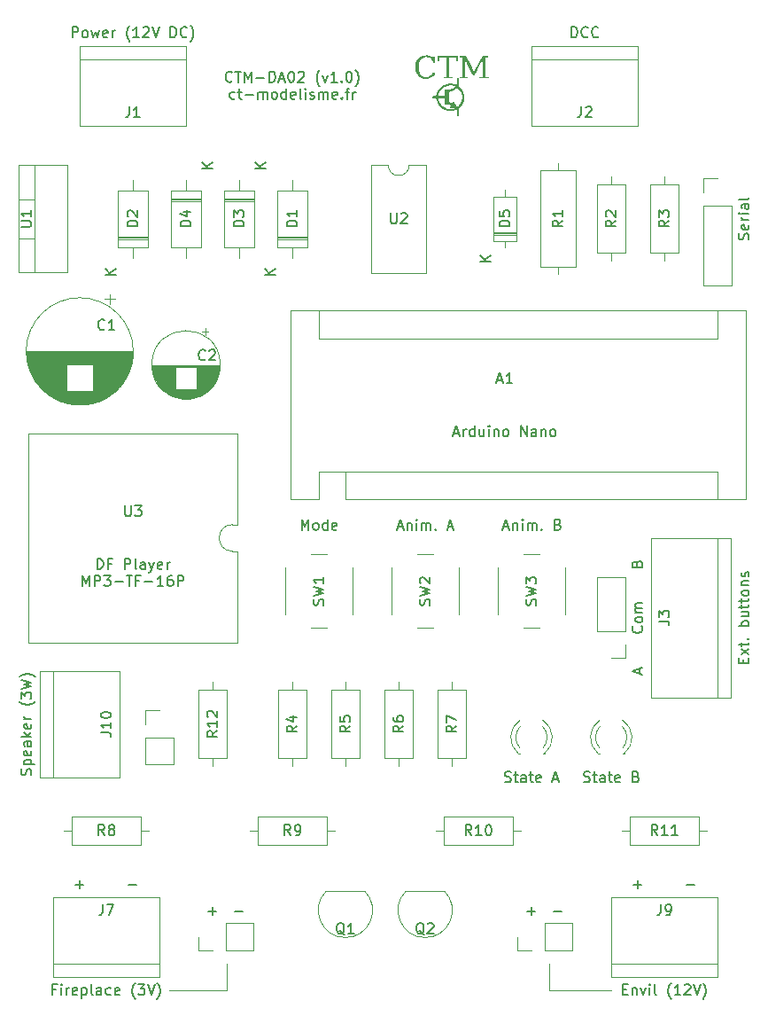
<source format=gbr>
%TF.GenerationSoftware,KiCad,Pcbnew,(6.0.6)*%
%TF.CreationDate,2023-11-02T23:17:45+01:00*%
%TF.ProjectId,DA02,44413032-2e6b-4696-9361-645f70636258,1.0*%
%TF.SameCoordinates,Original*%
%TF.FileFunction,Legend,Top*%
%TF.FilePolarity,Positive*%
%FSLAX46Y46*%
G04 Gerber Fmt 4.6, Leading zero omitted, Abs format (unit mm)*
G04 Created by KiCad (PCBNEW (6.0.6)) date 2023-11-02 23:17:45*
%MOMM*%
%LPD*%
G01*
G04 APERTURE LIST*
%ADD10C,0.120000*%
%ADD11C,0.150000*%
G04 APERTURE END LIST*
D10*
X36896336Y-109220000D02*
X36896336Y-106700051D01*
X31436447Y-109220000D02*
X36896336Y-109220000D01*
X67734253Y-109220000D02*
X67734253Y-106661870D01*
X73660000Y-109220000D02*
X67734253Y-109220000D01*
D11*
X37719047Y-101671428D02*
X38480952Y-101671428D01*
X35179047Y-101671428D02*
X35940952Y-101671428D01*
X35560000Y-102052380D02*
X35560000Y-101290476D01*
X65659047Y-101671428D02*
X66420952Y-101671428D01*
X66040000Y-102052380D02*
X66040000Y-101290476D01*
X86764761Y-37536190D02*
X86812380Y-37393333D01*
X86812380Y-37155238D01*
X86764761Y-37060000D01*
X86717142Y-37012380D01*
X86621904Y-36964761D01*
X86526666Y-36964761D01*
X86431428Y-37012380D01*
X86383809Y-37060000D01*
X86336190Y-37155238D01*
X86288571Y-37345714D01*
X86240952Y-37440952D01*
X86193333Y-37488571D01*
X86098095Y-37536190D01*
X86002857Y-37536190D01*
X85907619Y-37488571D01*
X85860000Y-37440952D01*
X85812380Y-37345714D01*
X85812380Y-37107619D01*
X85860000Y-36964761D01*
X86764761Y-36155238D02*
X86812380Y-36250476D01*
X86812380Y-36440952D01*
X86764761Y-36536190D01*
X86669523Y-36583809D01*
X86288571Y-36583809D01*
X86193333Y-36536190D01*
X86145714Y-36440952D01*
X86145714Y-36250476D01*
X86193333Y-36155238D01*
X86288571Y-36107619D01*
X86383809Y-36107619D01*
X86479047Y-36583809D01*
X86812380Y-35679047D02*
X86145714Y-35679047D01*
X86336190Y-35679047D02*
X86240952Y-35631428D01*
X86193333Y-35583809D01*
X86145714Y-35488571D01*
X86145714Y-35393333D01*
X86812380Y-35060000D02*
X86145714Y-35060000D01*
X85812380Y-35060000D02*
X85860000Y-35107619D01*
X85907619Y-35060000D01*
X85860000Y-35012380D01*
X85812380Y-35060000D01*
X85907619Y-35060000D01*
X86812380Y-34155238D02*
X86288571Y-34155238D01*
X86193333Y-34202857D01*
X86145714Y-34298095D01*
X86145714Y-34488571D01*
X86193333Y-34583809D01*
X86764761Y-34155238D02*
X86812380Y-34250476D01*
X86812380Y-34488571D01*
X86764761Y-34583809D01*
X86669523Y-34631428D01*
X86574285Y-34631428D01*
X86479047Y-34583809D01*
X86431428Y-34488571D01*
X86431428Y-34250476D01*
X86383809Y-34155238D01*
X86812380Y-33536190D02*
X86764761Y-33631428D01*
X86669523Y-33679047D01*
X85812380Y-33679047D01*
X80899047Y-99131428D02*
X81660952Y-99131428D01*
X63382582Y-64990249D02*
X63858772Y-64990249D01*
X63287344Y-65275963D02*
X63620677Y-64275963D01*
X63954010Y-65275963D01*
X64287344Y-64609297D02*
X64287344Y-65275963D01*
X64287344Y-64704535D02*
X64334963Y-64656916D01*
X64430201Y-64609297D01*
X64573058Y-64609297D01*
X64668296Y-64656916D01*
X64715915Y-64752154D01*
X64715915Y-65275963D01*
X65192106Y-65275963D02*
X65192106Y-64609297D01*
X65192106Y-64275963D02*
X65144487Y-64323583D01*
X65192106Y-64371202D01*
X65239725Y-64323583D01*
X65192106Y-64275963D01*
X65192106Y-64371202D01*
X65668296Y-65275963D02*
X65668296Y-64609297D01*
X65668296Y-64704535D02*
X65715915Y-64656916D01*
X65811153Y-64609297D01*
X65954010Y-64609297D01*
X66049248Y-64656916D01*
X66096868Y-64752154D01*
X66096868Y-65275963D01*
X66096868Y-64752154D02*
X66144487Y-64656916D01*
X66239725Y-64609297D01*
X66382582Y-64609297D01*
X66477820Y-64656916D01*
X66525439Y-64752154D01*
X66525439Y-65275963D01*
X67001629Y-65180725D02*
X67049248Y-65228344D01*
X67001629Y-65275963D01*
X66954010Y-65228344D01*
X67001629Y-65180725D01*
X67001629Y-65275963D01*
X68573058Y-64752154D02*
X68715915Y-64799773D01*
X68763534Y-64847392D01*
X68811153Y-64942630D01*
X68811153Y-65085487D01*
X68763534Y-65180725D01*
X68715915Y-65228344D01*
X68620677Y-65275963D01*
X68239725Y-65275963D01*
X68239725Y-64275963D01*
X68573058Y-64275963D01*
X68668296Y-64323583D01*
X68715915Y-64371202D01*
X68763534Y-64466440D01*
X68763534Y-64561678D01*
X68715915Y-64656916D01*
X68668296Y-64704535D01*
X68573058Y-64752154D01*
X68239725Y-64752154D01*
X20590476Y-109148571D02*
X20257142Y-109148571D01*
X20257142Y-109672380D02*
X20257142Y-108672380D01*
X20733333Y-108672380D01*
X21114285Y-109672380D02*
X21114285Y-109005714D01*
X21114285Y-108672380D02*
X21066666Y-108720000D01*
X21114285Y-108767619D01*
X21161904Y-108720000D01*
X21114285Y-108672380D01*
X21114285Y-108767619D01*
X21590476Y-109672380D02*
X21590476Y-109005714D01*
X21590476Y-109196190D02*
X21638095Y-109100952D01*
X21685714Y-109053333D01*
X21780952Y-109005714D01*
X21876190Y-109005714D01*
X22590476Y-109624761D02*
X22495238Y-109672380D01*
X22304761Y-109672380D01*
X22209523Y-109624761D01*
X22161904Y-109529523D01*
X22161904Y-109148571D01*
X22209523Y-109053333D01*
X22304761Y-109005714D01*
X22495238Y-109005714D01*
X22590476Y-109053333D01*
X22638095Y-109148571D01*
X22638095Y-109243809D01*
X22161904Y-109339047D01*
X23066666Y-109005714D02*
X23066666Y-110005714D01*
X23066666Y-109053333D02*
X23161904Y-109005714D01*
X23352380Y-109005714D01*
X23447619Y-109053333D01*
X23495238Y-109100952D01*
X23542857Y-109196190D01*
X23542857Y-109481904D01*
X23495238Y-109577142D01*
X23447619Y-109624761D01*
X23352380Y-109672380D01*
X23161904Y-109672380D01*
X23066666Y-109624761D01*
X24114285Y-109672380D02*
X24019047Y-109624761D01*
X23971428Y-109529523D01*
X23971428Y-108672380D01*
X24923809Y-109672380D02*
X24923809Y-109148571D01*
X24876190Y-109053333D01*
X24780952Y-109005714D01*
X24590476Y-109005714D01*
X24495238Y-109053333D01*
X24923809Y-109624761D02*
X24828571Y-109672380D01*
X24590476Y-109672380D01*
X24495238Y-109624761D01*
X24447619Y-109529523D01*
X24447619Y-109434285D01*
X24495238Y-109339047D01*
X24590476Y-109291428D01*
X24828571Y-109291428D01*
X24923809Y-109243809D01*
X25828571Y-109624761D02*
X25733333Y-109672380D01*
X25542857Y-109672380D01*
X25447619Y-109624761D01*
X25400000Y-109577142D01*
X25352380Y-109481904D01*
X25352380Y-109196190D01*
X25400000Y-109100952D01*
X25447619Y-109053333D01*
X25542857Y-109005714D01*
X25733333Y-109005714D01*
X25828571Y-109053333D01*
X26638095Y-109624761D02*
X26542857Y-109672380D01*
X26352380Y-109672380D01*
X26257142Y-109624761D01*
X26209523Y-109529523D01*
X26209523Y-109148571D01*
X26257142Y-109053333D01*
X26352380Y-109005714D01*
X26542857Y-109005714D01*
X26638095Y-109053333D01*
X26685714Y-109148571D01*
X26685714Y-109243809D01*
X26209523Y-109339047D01*
X28161904Y-110053333D02*
X28114285Y-110005714D01*
X28019047Y-109862857D01*
X27971428Y-109767619D01*
X27923809Y-109624761D01*
X27876190Y-109386666D01*
X27876190Y-109196190D01*
X27923809Y-108958095D01*
X27971428Y-108815238D01*
X28019047Y-108720000D01*
X28114285Y-108577142D01*
X28161904Y-108529523D01*
X28447619Y-108672380D02*
X29066666Y-108672380D01*
X28733333Y-109053333D01*
X28876190Y-109053333D01*
X28971428Y-109100952D01*
X29019047Y-109148571D01*
X29066666Y-109243809D01*
X29066666Y-109481904D01*
X29019047Y-109577142D01*
X28971428Y-109624761D01*
X28876190Y-109672380D01*
X28590476Y-109672380D01*
X28495238Y-109624761D01*
X28447619Y-109577142D01*
X29352380Y-108672380D02*
X29685714Y-109672380D01*
X30019047Y-108672380D01*
X30257142Y-110053333D02*
X30304761Y-110005714D01*
X30400000Y-109862857D01*
X30447619Y-109767619D01*
X30495238Y-109624761D01*
X30542857Y-109386666D01*
X30542857Y-109196190D01*
X30495238Y-108958095D01*
X30447619Y-108815238D01*
X30400000Y-108720000D01*
X30304761Y-108577142D01*
X30257142Y-108529523D01*
X69858095Y-18232380D02*
X69858095Y-17232380D01*
X70096190Y-17232380D01*
X70239047Y-17280000D01*
X70334285Y-17375238D01*
X70381904Y-17470476D01*
X70429523Y-17660952D01*
X70429523Y-17803809D01*
X70381904Y-17994285D01*
X70334285Y-18089523D01*
X70239047Y-18184761D01*
X70096190Y-18232380D01*
X69858095Y-18232380D01*
X71429523Y-18137142D02*
X71381904Y-18184761D01*
X71239047Y-18232380D01*
X71143809Y-18232380D01*
X71000952Y-18184761D01*
X70905714Y-18089523D01*
X70858095Y-17994285D01*
X70810476Y-17803809D01*
X70810476Y-17660952D01*
X70858095Y-17470476D01*
X70905714Y-17375238D01*
X71000952Y-17280000D01*
X71143809Y-17232380D01*
X71239047Y-17232380D01*
X71381904Y-17280000D01*
X71429523Y-17327619D01*
X72429523Y-18137142D02*
X72381904Y-18184761D01*
X72239047Y-18232380D01*
X72143809Y-18232380D01*
X72000952Y-18184761D01*
X71905714Y-18089523D01*
X71858095Y-17994285D01*
X71810476Y-17803809D01*
X71810476Y-17660952D01*
X71858095Y-17470476D01*
X71905714Y-17375238D01*
X72000952Y-17280000D01*
X72143809Y-17232380D01*
X72239047Y-17232380D01*
X72381904Y-17280000D01*
X72429523Y-17327619D01*
X75819047Y-99131428D02*
X76580952Y-99131428D01*
X76200000Y-99512380D02*
X76200000Y-98750476D01*
X86288571Y-77969523D02*
X86288571Y-77636190D01*
X86812380Y-77493333D02*
X86812380Y-77969523D01*
X85812380Y-77969523D01*
X85812380Y-77493333D01*
X86812380Y-77160000D02*
X86145714Y-76636190D01*
X86145714Y-77160000D02*
X86812380Y-76636190D01*
X86145714Y-76398095D02*
X86145714Y-76017142D01*
X85812380Y-76255238D02*
X86669523Y-76255238D01*
X86764761Y-76207619D01*
X86812380Y-76112380D01*
X86812380Y-76017142D01*
X86717142Y-75683809D02*
X86764761Y-75636190D01*
X86812380Y-75683809D01*
X86764761Y-75731428D01*
X86717142Y-75683809D01*
X86812380Y-75683809D01*
X86812380Y-74445714D02*
X85812380Y-74445714D01*
X86193333Y-74445714D02*
X86145714Y-74350476D01*
X86145714Y-74160000D01*
X86193333Y-74064761D01*
X86240952Y-74017142D01*
X86336190Y-73969523D01*
X86621904Y-73969523D01*
X86717142Y-74017142D01*
X86764761Y-74064761D01*
X86812380Y-74160000D01*
X86812380Y-74350476D01*
X86764761Y-74445714D01*
X86145714Y-73112380D02*
X86812380Y-73112380D01*
X86145714Y-73540952D02*
X86669523Y-73540952D01*
X86764761Y-73493333D01*
X86812380Y-73398095D01*
X86812380Y-73255238D01*
X86764761Y-73160000D01*
X86717142Y-73112380D01*
X86145714Y-72779047D02*
X86145714Y-72398095D01*
X85812380Y-72636190D02*
X86669523Y-72636190D01*
X86764761Y-72588571D01*
X86812380Y-72493333D01*
X86812380Y-72398095D01*
X86145714Y-72207619D02*
X86145714Y-71826666D01*
X85812380Y-72064761D02*
X86669523Y-72064761D01*
X86764761Y-72017142D01*
X86812380Y-71921904D01*
X86812380Y-71826666D01*
X86812380Y-71350476D02*
X86764761Y-71445714D01*
X86717142Y-71493333D01*
X86621904Y-71540952D01*
X86336190Y-71540952D01*
X86240952Y-71493333D01*
X86193333Y-71445714D01*
X86145714Y-71350476D01*
X86145714Y-71207619D01*
X86193333Y-71112380D01*
X86240952Y-71064761D01*
X86336190Y-71017142D01*
X86621904Y-71017142D01*
X86717142Y-71064761D01*
X86764761Y-71112380D01*
X86812380Y-71207619D01*
X86812380Y-71350476D01*
X86145714Y-70588571D02*
X86812380Y-70588571D01*
X86240952Y-70588571D02*
X86193333Y-70540952D01*
X86145714Y-70445714D01*
X86145714Y-70302857D01*
X86193333Y-70207619D01*
X86288571Y-70160000D01*
X86812380Y-70160000D01*
X86764761Y-69731428D02*
X86812380Y-69636190D01*
X86812380Y-69445714D01*
X86764761Y-69350476D01*
X86669523Y-69302857D01*
X86621904Y-69302857D01*
X86526666Y-69350476D01*
X86479047Y-69445714D01*
X86479047Y-69588571D01*
X86431428Y-69683809D01*
X86336190Y-69731428D01*
X86288571Y-69731428D01*
X86193333Y-69683809D01*
X86145714Y-69588571D01*
X86145714Y-69445714D01*
X86193333Y-69350476D01*
X24535238Y-69017380D02*
X24535238Y-68017380D01*
X24773333Y-68017380D01*
X24916190Y-68065000D01*
X25011428Y-68160238D01*
X25059047Y-68255476D01*
X25106666Y-68445952D01*
X25106666Y-68588809D01*
X25059047Y-68779285D01*
X25011428Y-68874523D01*
X24916190Y-68969761D01*
X24773333Y-69017380D01*
X24535238Y-69017380D01*
X25868571Y-68493571D02*
X25535238Y-68493571D01*
X25535238Y-69017380D02*
X25535238Y-68017380D01*
X26011428Y-68017380D01*
X27154285Y-69017380D02*
X27154285Y-68017380D01*
X27535238Y-68017380D01*
X27630476Y-68065000D01*
X27678095Y-68112619D01*
X27725714Y-68207857D01*
X27725714Y-68350714D01*
X27678095Y-68445952D01*
X27630476Y-68493571D01*
X27535238Y-68541190D01*
X27154285Y-68541190D01*
X28297142Y-69017380D02*
X28201904Y-68969761D01*
X28154285Y-68874523D01*
X28154285Y-68017380D01*
X29106666Y-69017380D02*
X29106666Y-68493571D01*
X29059047Y-68398333D01*
X28963809Y-68350714D01*
X28773333Y-68350714D01*
X28678095Y-68398333D01*
X29106666Y-68969761D02*
X29011428Y-69017380D01*
X28773333Y-69017380D01*
X28678095Y-68969761D01*
X28630476Y-68874523D01*
X28630476Y-68779285D01*
X28678095Y-68684047D01*
X28773333Y-68636428D01*
X29011428Y-68636428D01*
X29106666Y-68588809D01*
X29487619Y-68350714D02*
X29725714Y-69017380D01*
X29963809Y-68350714D02*
X29725714Y-69017380D01*
X29630476Y-69255476D01*
X29582857Y-69303095D01*
X29487619Y-69350714D01*
X30725714Y-68969761D02*
X30630476Y-69017380D01*
X30440000Y-69017380D01*
X30344761Y-68969761D01*
X30297142Y-68874523D01*
X30297142Y-68493571D01*
X30344761Y-68398333D01*
X30440000Y-68350714D01*
X30630476Y-68350714D01*
X30725714Y-68398333D01*
X30773333Y-68493571D01*
X30773333Y-68588809D01*
X30297142Y-68684047D01*
X31201904Y-69017380D02*
X31201904Y-68350714D01*
X31201904Y-68541190D02*
X31249523Y-68445952D01*
X31297142Y-68398333D01*
X31392380Y-68350714D01*
X31487619Y-68350714D01*
X23130476Y-70627380D02*
X23130476Y-69627380D01*
X23463809Y-70341666D01*
X23797142Y-69627380D01*
X23797142Y-70627380D01*
X24273333Y-70627380D02*
X24273333Y-69627380D01*
X24654285Y-69627380D01*
X24749523Y-69675000D01*
X24797142Y-69722619D01*
X24844761Y-69817857D01*
X24844761Y-69960714D01*
X24797142Y-70055952D01*
X24749523Y-70103571D01*
X24654285Y-70151190D01*
X24273333Y-70151190D01*
X25178095Y-69627380D02*
X25797142Y-69627380D01*
X25463809Y-70008333D01*
X25606666Y-70008333D01*
X25701904Y-70055952D01*
X25749523Y-70103571D01*
X25797142Y-70198809D01*
X25797142Y-70436904D01*
X25749523Y-70532142D01*
X25701904Y-70579761D01*
X25606666Y-70627380D01*
X25320952Y-70627380D01*
X25225714Y-70579761D01*
X25178095Y-70532142D01*
X26225714Y-70246428D02*
X26987619Y-70246428D01*
X27320952Y-69627380D02*
X27892380Y-69627380D01*
X27606666Y-70627380D02*
X27606666Y-69627380D01*
X28559047Y-70103571D02*
X28225714Y-70103571D01*
X28225714Y-70627380D02*
X28225714Y-69627380D01*
X28701904Y-69627380D01*
X29082857Y-70246428D02*
X29844761Y-70246428D01*
X30844761Y-70627380D02*
X30273333Y-70627380D01*
X30559047Y-70627380D02*
X30559047Y-69627380D01*
X30463809Y-69770238D01*
X30368571Y-69865476D01*
X30273333Y-69913095D01*
X31701904Y-69627380D02*
X31511428Y-69627380D01*
X31416190Y-69675000D01*
X31368571Y-69722619D01*
X31273333Y-69865476D01*
X31225714Y-70055952D01*
X31225714Y-70436904D01*
X31273333Y-70532142D01*
X31320952Y-70579761D01*
X31416190Y-70627380D01*
X31606666Y-70627380D01*
X31701904Y-70579761D01*
X31749523Y-70532142D01*
X31797142Y-70436904D01*
X31797142Y-70198809D01*
X31749523Y-70103571D01*
X31701904Y-70055952D01*
X31606666Y-70008333D01*
X31416190Y-70008333D01*
X31320952Y-70055952D01*
X31273333Y-70103571D01*
X31225714Y-70198809D01*
X32225714Y-70627380D02*
X32225714Y-69627380D01*
X32606666Y-69627380D01*
X32701904Y-69675000D01*
X32749523Y-69722619D01*
X32797142Y-69817857D01*
X32797142Y-69960714D01*
X32749523Y-70055952D01*
X32701904Y-70103571D01*
X32606666Y-70151190D01*
X32225714Y-70151190D01*
X76366666Y-78978095D02*
X76366666Y-78501904D01*
X76652380Y-79073333D02*
X75652380Y-78740000D01*
X76652380Y-78406666D01*
X71040952Y-89304761D02*
X71183809Y-89352380D01*
X71421904Y-89352380D01*
X71517142Y-89304761D01*
X71564761Y-89257142D01*
X71612380Y-89161904D01*
X71612380Y-89066666D01*
X71564761Y-88971428D01*
X71517142Y-88923809D01*
X71421904Y-88876190D01*
X71231428Y-88828571D01*
X71136190Y-88780952D01*
X71088571Y-88733333D01*
X71040952Y-88638095D01*
X71040952Y-88542857D01*
X71088571Y-88447619D01*
X71136190Y-88400000D01*
X71231428Y-88352380D01*
X71469523Y-88352380D01*
X71612380Y-88400000D01*
X71898095Y-88685714D02*
X72279047Y-88685714D01*
X72040952Y-88352380D02*
X72040952Y-89209523D01*
X72088571Y-89304761D01*
X72183809Y-89352380D01*
X72279047Y-89352380D01*
X73040952Y-89352380D02*
X73040952Y-88828571D01*
X72993333Y-88733333D01*
X72898095Y-88685714D01*
X72707619Y-88685714D01*
X72612380Y-88733333D01*
X73040952Y-89304761D02*
X72945714Y-89352380D01*
X72707619Y-89352380D01*
X72612380Y-89304761D01*
X72564761Y-89209523D01*
X72564761Y-89114285D01*
X72612380Y-89019047D01*
X72707619Y-88971428D01*
X72945714Y-88971428D01*
X73040952Y-88923809D01*
X73374285Y-88685714D02*
X73755238Y-88685714D01*
X73517142Y-88352380D02*
X73517142Y-89209523D01*
X73564761Y-89304761D01*
X73660000Y-89352380D01*
X73755238Y-89352380D01*
X74469523Y-89304761D02*
X74374285Y-89352380D01*
X74183809Y-89352380D01*
X74088571Y-89304761D01*
X74040952Y-89209523D01*
X74040952Y-88828571D01*
X74088571Y-88733333D01*
X74183809Y-88685714D01*
X74374285Y-88685714D01*
X74469523Y-88733333D01*
X74517142Y-88828571D01*
X74517142Y-88923809D01*
X74040952Y-89019047D01*
X76040952Y-88828571D02*
X76183809Y-88876190D01*
X76231428Y-88923809D01*
X76279047Y-89019047D01*
X76279047Y-89161904D01*
X76231428Y-89257142D01*
X76183809Y-89304761D01*
X76088571Y-89352380D01*
X75707619Y-89352380D01*
X75707619Y-88352380D01*
X76040952Y-88352380D01*
X76136190Y-88400000D01*
X76183809Y-88447619D01*
X76231428Y-88542857D01*
X76231428Y-88638095D01*
X76183809Y-88733333D01*
X76136190Y-88780952D01*
X76040952Y-88828571D01*
X75707619Y-88828571D01*
X22479047Y-99131428D02*
X23240952Y-99131428D01*
X22860000Y-99512380D02*
X22860000Y-98750476D01*
X58642857Y-56046666D02*
X59119047Y-56046666D01*
X58547619Y-56332380D02*
X58880952Y-55332380D01*
X59214285Y-56332380D01*
X59547619Y-56332380D02*
X59547619Y-55665714D01*
X59547619Y-55856190D02*
X59595238Y-55760952D01*
X59642857Y-55713333D01*
X59738095Y-55665714D01*
X59833333Y-55665714D01*
X60595238Y-56332380D02*
X60595238Y-55332380D01*
X60595238Y-56284761D02*
X60500000Y-56332380D01*
X60309523Y-56332380D01*
X60214285Y-56284761D01*
X60166666Y-56237142D01*
X60119047Y-56141904D01*
X60119047Y-55856190D01*
X60166666Y-55760952D01*
X60214285Y-55713333D01*
X60309523Y-55665714D01*
X60500000Y-55665714D01*
X60595238Y-55713333D01*
X61500000Y-55665714D02*
X61500000Y-56332380D01*
X61071428Y-55665714D02*
X61071428Y-56189523D01*
X61119047Y-56284761D01*
X61214285Y-56332380D01*
X61357142Y-56332380D01*
X61452380Y-56284761D01*
X61500000Y-56237142D01*
X61976190Y-56332380D02*
X61976190Y-55665714D01*
X61976190Y-55332380D02*
X61928571Y-55380000D01*
X61976190Y-55427619D01*
X62023809Y-55380000D01*
X61976190Y-55332380D01*
X61976190Y-55427619D01*
X62452380Y-55665714D02*
X62452380Y-56332380D01*
X62452380Y-55760952D02*
X62500000Y-55713333D01*
X62595238Y-55665714D01*
X62738095Y-55665714D01*
X62833333Y-55713333D01*
X62880952Y-55808571D01*
X62880952Y-56332380D01*
X63500000Y-56332380D02*
X63404761Y-56284761D01*
X63357142Y-56237142D01*
X63309523Y-56141904D01*
X63309523Y-55856190D01*
X63357142Y-55760952D01*
X63404761Y-55713333D01*
X63500000Y-55665714D01*
X63642857Y-55665714D01*
X63738095Y-55713333D01*
X63785714Y-55760952D01*
X63833333Y-55856190D01*
X63833333Y-56141904D01*
X63785714Y-56237142D01*
X63738095Y-56284761D01*
X63642857Y-56332380D01*
X63500000Y-56332380D01*
X65023809Y-56332380D02*
X65023809Y-55332380D01*
X65595238Y-56332380D01*
X65595238Y-55332380D01*
X66500000Y-56332380D02*
X66500000Y-55808571D01*
X66452380Y-55713333D01*
X66357142Y-55665714D01*
X66166666Y-55665714D01*
X66071428Y-55713333D01*
X66500000Y-56284761D02*
X66404761Y-56332380D01*
X66166666Y-56332380D01*
X66071428Y-56284761D01*
X66023809Y-56189523D01*
X66023809Y-56094285D01*
X66071428Y-55999047D01*
X66166666Y-55951428D01*
X66404761Y-55951428D01*
X66500000Y-55903809D01*
X66976190Y-55665714D02*
X66976190Y-56332380D01*
X66976190Y-55760952D02*
X67023809Y-55713333D01*
X67119047Y-55665714D01*
X67261904Y-55665714D01*
X67357142Y-55713333D01*
X67404761Y-55808571D01*
X67404761Y-56332380D01*
X68023809Y-56332380D02*
X67928571Y-56284761D01*
X67880952Y-56237142D01*
X67833333Y-56141904D01*
X67833333Y-55856190D01*
X67880952Y-55760952D01*
X67928571Y-55713333D01*
X68023809Y-55665714D01*
X68166666Y-55665714D01*
X68261904Y-55713333D01*
X68309523Y-55760952D01*
X68357142Y-55856190D01*
X68357142Y-56141904D01*
X68309523Y-56237142D01*
X68261904Y-56284761D01*
X68166666Y-56332380D01*
X68023809Y-56332380D01*
X27559047Y-99131428D02*
X28320952Y-99131428D01*
X76128571Y-68508571D02*
X76176190Y-68365714D01*
X76223809Y-68318095D01*
X76319047Y-68270476D01*
X76461904Y-68270476D01*
X76557142Y-68318095D01*
X76604761Y-68365714D01*
X76652380Y-68460952D01*
X76652380Y-68841904D01*
X75652380Y-68841904D01*
X75652380Y-68508571D01*
X75700000Y-68413333D01*
X75747619Y-68365714D01*
X75842857Y-68318095D01*
X75938095Y-68318095D01*
X76033333Y-68365714D01*
X76080952Y-68413333D01*
X76128571Y-68508571D01*
X76128571Y-68841904D01*
X76557142Y-74469523D02*
X76604761Y-74517142D01*
X76652380Y-74660000D01*
X76652380Y-74755238D01*
X76604761Y-74898095D01*
X76509523Y-74993333D01*
X76414285Y-75040952D01*
X76223809Y-75088571D01*
X76080952Y-75088571D01*
X75890476Y-75040952D01*
X75795238Y-74993333D01*
X75700000Y-74898095D01*
X75652380Y-74755238D01*
X75652380Y-74660000D01*
X75700000Y-74517142D01*
X75747619Y-74469523D01*
X76652380Y-73898095D02*
X76604761Y-73993333D01*
X76557142Y-74040952D01*
X76461904Y-74088571D01*
X76176190Y-74088571D01*
X76080952Y-74040952D01*
X76033333Y-73993333D01*
X75985714Y-73898095D01*
X75985714Y-73755238D01*
X76033333Y-73660000D01*
X76080952Y-73612380D01*
X76176190Y-73564761D01*
X76461904Y-73564761D01*
X76557142Y-73612380D01*
X76604761Y-73660000D01*
X76652380Y-73755238D01*
X76652380Y-73898095D01*
X76652380Y-73136190D02*
X75985714Y-73136190D01*
X76080952Y-73136190D02*
X76033333Y-73088571D01*
X75985714Y-72993333D01*
X75985714Y-72850476D01*
X76033333Y-72755238D01*
X76128571Y-72707619D01*
X76652380Y-72707619D01*
X76128571Y-72707619D02*
X76033333Y-72660000D01*
X75985714Y-72564761D01*
X75985714Y-72421904D01*
X76033333Y-72326666D01*
X76128571Y-72279047D01*
X76652380Y-72279047D01*
X74763809Y-109148571D02*
X75097142Y-109148571D01*
X75240000Y-109672380D02*
X74763809Y-109672380D01*
X74763809Y-108672380D01*
X75240000Y-108672380D01*
X75668571Y-109005714D02*
X75668571Y-109672380D01*
X75668571Y-109100952D02*
X75716190Y-109053333D01*
X75811428Y-109005714D01*
X75954285Y-109005714D01*
X76049523Y-109053333D01*
X76097142Y-109148571D01*
X76097142Y-109672380D01*
X76478095Y-109005714D02*
X76716190Y-109672380D01*
X76954285Y-109005714D01*
X77335238Y-109672380D02*
X77335238Y-109005714D01*
X77335238Y-108672380D02*
X77287619Y-108720000D01*
X77335238Y-108767619D01*
X77382857Y-108720000D01*
X77335238Y-108672380D01*
X77335238Y-108767619D01*
X77954285Y-109672380D02*
X77859047Y-109624761D01*
X77811428Y-109529523D01*
X77811428Y-108672380D01*
X79382857Y-110053333D02*
X79335238Y-110005714D01*
X79240000Y-109862857D01*
X79192380Y-109767619D01*
X79144761Y-109624761D01*
X79097142Y-109386666D01*
X79097142Y-109196190D01*
X79144761Y-108958095D01*
X79192380Y-108815238D01*
X79240000Y-108720000D01*
X79335238Y-108577142D01*
X79382857Y-108529523D01*
X80287619Y-109672380D02*
X79716190Y-109672380D01*
X80001904Y-109672380D02*
X80001904Y-108672380D01*
X79906666Y-108815238D01*
X79811428Y-108910476D01*
X79716190Y-108958095D01*
X80668571Y-108767619D02*
X80716190Y-108720000D01*
X80811428Y-108672380D01*
X81049523Y-108672380D01*
X81144761Y-108720000D01*
X81192380Y-108767619D01*
X81240000Y-108862857D01*
X81240000Y-108958095D01*
X81192380Y-109100952D01*
X80620952Y-109672380D01*
X81240000Y-109672380D01*
X81525714Y-108672380D02*
X81859047Y-109672380D01*
X82192380Y-108672380D01*
X82430476Y-110053333D02*
X82478095Y-110005714D01*
X82573333Y-109862857D01*
X82620952Y-109767619D01*
X82668571Y-109624761D01*
X82716190Y-109386666D01*
X82716190Y-109196190D01*
X82668571Y-108958095D01*
X82620952Y-108815238D01*
X82573333Y-108720000D01*
X82478095Y-108577142D01*
X82430476Y-108529523D01*
X44072220Y-65275963D02*
X44072220Y-64275963D01*
X44405553Y-64990249D01*
X44738887Y-64275963D01*
X44738887Y-65275963D01*
X45357934Y-65275963D02*
X45262696Y-65228344D01*
X45215077Y-65180725D01*
X45167458Y-65085487D01*
X45167458Y-64799773D01*
X45215077Y-64704535D01*
X45262696Y-64656916D01*
X45357934Y-64609297D01*
X45500791Y-64609297D01*
X45596029Y-64656916D01*
X45643648Y-64704535D01*
X45691267Y-64799773D01*
X45691267Y-65085487D01*
X45643648Y-65180725D01*
X45596029Y-65228344D01*
X45500791Y-65275963D01*
X45357934Y-65275963D01*
X46548410Y-65275963D02*
X46548410Y-64275963D01*
X46548410Y-65228344D02*
X46453172Y-65275963D01*
X46262696Y-65275963D01*
X46167458Y-65228344D01*
X46119839Y-65180725D01*
X46072220Y-65085487D01*
X46072220Y-64799773D01*
X46119839Y-64704535D01*
X46167458Y-64656916D01*
X46262696Y-64609297D01*
X46453172Y-64609297D01*
X46548410Y-64656916D01*
X47405553Y-65228344D02*
X47310315Y-65275963D01*
X47119839Y-65275963D01*
X47024601Y-65228344D01*
X46976982Y-65133106D01*
X46976982Y-64752154D01*
X47024601Y-64656916D01*
X47119839Y-64609297D01*
X47310315Y-64609297D01*
X47405553Y-64656916D01*
X47453172Y-64752154D01*
X47453172Y-64847392D01*
X46976982Y-64942630D01*
X22154285Y-18232380D02*
X22154285Y-17232380D01*
X22535238Y-17232380D01*
X22630476Y-17280000D01*
X22678095Y-17327619D01*
X22725714Y-17422857D01*
X22725714Y-17565714D01*
X22678095Y-17660952D01*
X22630476Y-17708571D01*
X22535238Y-17756190D01*
X22154285Y-17756190D01*
X23297142Y-18232380D02*
X23201904Y-18184761D01*
X23154285Y-18137142D01*
X23106666Y-18041904D01*
X23106666Y-17756190D01*
X23154285Y-17660952D01*
X23201904Y-17613333D01*
X23297142Y-17565714D01*
X23440000Y-17565714D01*
X23535238Y-17613333D01*
X23582857Y-17660952D01*
X23630476Y-17756190D01*
X23630476Y-18041904D01*
X23582857Y-18137142D01*
X23535238Y-18184761D01*
X23440000Y-18232380D01*
X23297142Y-18232380D01*
X23963809Y-17565714D02*
X24154285Y-18232380D01*
X24344761Y-17756190D01*
X24535238Y-18232380D01*
X24725714Y-17565714D01*
X25487619Y-18184761D02*
X25392380Y-18232380D01*
X25201904Y-18232380D01*
X25106666Y-18184761D01*
X25059047Y-18089523D01*
X25059047Y-17708571D01*
X25106666Y-17613333D01*
X25201904Y-17565714D01*
X25392380Y-17565714D01*
X25487619Y-17613333D01*
X25535238Y-17708571D01*
X25535238Y-17803809D01*
X25059047Y-17899047D01*
X25963809Y-18232380D02*
X25963809Y-17565714D01*
X25963809Y-17756190D02*
X26011428Y-17660952D01*
X26059047Y-17613333D01*
X26154285Y-17565714D01*
X26249523Y-17565714D01*
X27630476Y-18613333D02*
X27582857Y-18565714D01*
X27487619Y-18422857D01*
X27440000Y-18327619D01*
X27392380Y-18184761D01*
X27344761Y-17946666D01*
X27344761Y-17756190D01*
X27392380Y-17518095D01*
X27440000Y-17375238D01*
X27487619Y-17280000D01*
X27582857Y-17137142D01*
X27630476Y-17089523D01*
X28535238Y-18232380D02*
X27963809Y-18232380D01*
X28249523Y-18232380D02*
X28249523Y-17232380D01*
X28154285Y-17375238D01*
X28059047Y-17470476D01*
X27963809Y-17518095D01*
X28916190Y-17327619D02*
X28963809Y-17280000D01*
X29059047Y-17232380D01*
X29297142Y-17232380D01*
X29392380Y-17280000D01*
X29440000Y-17327619D01*
X29487619Y-17422857D01*
X29487619Y-17518095D01*
X29440000Y-17660952D01*
X28868571Y-18232380D01*
X29487619Y-18232380D01*
X29773333Y-17232380D02*
X30106666Y-18232380D01*
X30440000Y-17232380D01*
X31535238Y-18232380D02*
X31535238Y-17232380D01*
X31773333Y-17232380D01*
X31916190Y-17280000D01*
X32011428Y-17375238D01*
X32059047Y-17470476D01*
X32106666Y-17660952D01*
X32106666Y-17803809D01*
X32059047Y-17994285D01*
X32011428Y-18089523D01*
X31916190Y-18184761D01*
X31773333Y-18232380D01*
X31535238Y-18232380D01*
X33106666Y-18137142D02*
X33059047Y-18184761D01*
X32916190Y-18232380D01*
X32820952Y-18232380D01*
X32678095Y-18184761D01*
X32582857Y-18089523D01*
X32535238Y-17994285D01*
X32487619Y-17803809D01*
X32487619Y-17660952D01*
X32535238Y-17470476D01*
X32582857Y-17375238D01*
X32678095Y-17280000D01*
X32820952Y-17232380D01*
X32916190Y-17232380D01*
X33059047Y-17280000D01*
X33106666Y-17327619D01*
X33440000Y-18613333D02*
X33487619Y-18565714D01*
X33582857Y-18422857D01*
X33630476Y-18327619D01*
X33678095Y-18184761D01*
X33725714Y-17946666D01*
X33725714Y-17756190D01*
X33678095Y-17518095D01*
X33630476Y-17375238D01*
X33582857Y-17280000D01*
X33487619Y-17137142D01*
X33440000Y-17089523D01*
X68199047Y-101671428D02*
X68960952Y-101671428D01*
X63492380Y-89304761D02*
X63635238Y-89352380D01*
X63873333Y-89352380D01*
X63968571Y-89304761D01*
X64016190Y-89257142D01*
X64063809Y-89161904D01*
X64063809Y-89066666D01*
X64016190Y-88971428D01*
X63968571Y-88923809D01*
X63873333Y-88876190D01*
X63682857Y-88828571D01*
X63587619Y-88780952D01*
X63540000Y-88733333D01*
X63492380Y-88638095D01*
X63492380Y-88542857D01*
X63540000Y-88447619D01*
X63587619Y-88400000D01*
X63682857Y-88352380D01*
X63920952Y-88352380D01*
X64063809Y-88400000D01*
X64349523Y-88685714D02*
X64730476Y-88685714D01*
X64492380Y-88352380D02*
X64492380Y-89209523D01*
X64540000Y-89304761D01*
X64635238Y-89352380D01*
X64730476Y-89352380D01*
X65492380Y-89352380D02*
X65492380Y-88828571D01*
X65444761Y-88733333D01*
X65349523Y-88685714D01*
X65159047Y-88685714D01*
X65063809Y-88733333D01*
X65492380Y-89304761D02*
X65397142Y-89352380D01*
X65159047Y-89352380D01*
X65063809Y-89304761D01*
X65016190Y-89209523D01*
X65016190Y-89114285D01*
X65063809Y-89019047D01*
X65159047Y-88971428D01*
X65397142Y-88971428D01*
X65492380Y-88923809D01*
X65825714Y-88685714D02*
X66206666Y-88685714D01*
X65968571Y-88352380D02*
X65968571Y-89209523D01*
X66016190Y-89304761D01*
X66111428Y-89352380D01*
X66206666Y-89352380D01*
X66920952Y-89304761D02*
X66825714Y-89352380D01*
X66635238Y-89352380D01*
X66540000Y-89304761D01*
X66492380Y-89209523D01*
X66492380Y-88828571D01*
X66540000Y-88733333D01*
X66635238Y-88685714D01*
X66825714Y-88685714D01*
X66920952Y-88733333D01*
X66968571Y-88828571D01*
X66968571Y-88923809D01*
X66492380Y-89019047D01*
X68111428Y-89066666D02*
X68587619Y-89066666D01*
X68016190Y-89352380D02*
X68349523Y-88352380D01*
X68682857Y-89352380D01*
X37418095Y-22412142D02*
X37370476Y-22459761D01*
X37227619Y-22507380D01*
X37132380Y-22507380D01*
X36989523Y-22459761D01*
X36894285Y-22364523D01*
X36846666Y-22269285D01*
X36799047Y-22078809D01*
X36799047Y-21935952D01*
X36846666Y-21745476D01*
X36894285Y-21650238D01*
X36989523Y-21555000D01*
X37132380Y-21507380D01*
X37227619Y-21507380D01*
X37370476Y-21555000D01*
X37418095Y-21602619D01*
X37703809Y-21507380D02*
X38275238Y-21507380D01*
X37989523Y-22507380D02*
X37989523Y-21507380D01*
X38608571Y-22507380D02*
X38608571Y-21507380D01*
X38941904Y-22221666D01*
X39275238Y-21507380D01*
X39275238Y-22507380D01*
X39751428Y-22126428D02*
X40513333Y-22126428D01*
X40989523Y-22507380D02*
X40989523Y-21507380D01*
X41227619Y-21507380D01*
X41370476Y-21555000D01*
X41465714Y-21650238D01*
X41513333Y-21745476D01*
X41560952Y-21935952D01*
X41560952Y-22078809D01*
X41513333Y-22269285D01*
X41465714Y-22364523D01*
X41370476Y-22459761D01*
X41227619Y-22507380D01*
X40989523Y-22507380D01*
X41941904Y-22221666D02*
X42418095Y-22221666D01*
X41846666Y-22507380D02*
X42180000Y-21507380D01*
X42513333Y-22507380D01*
X43037142Y-21507380D02*
X43132380Y-21507380D01*
X43227619Y-21555000D01*
X43275238Y-21602619D01*
X43322857Y-21697857D01*
X43370476Y-21888333D01*
X43370476Y-22126428D01*
X43322857Y-22316904D01*
X43275238Y-22412142D01*
X43227619Y-22459761D01*
X43132380Y-22507380D01*
X43037142Y-22507380D01*
X42941904Y-22459761D01*
X42894285Y-22412142D01*
X42846666Y-22316904D01*
X42799047Y-22126428D01*
X42799047Y-21888333D01*
X42846666Y-21697857D01*
X42894285Y-21602619D01*
X42941904Y-21555000D01*
X43037142Y-21507380D01*
X43751428Y-21602619D02*
X43799047Y-21555000D01*
X43894285Y-21507380D01*
X44132380Y-21507380D01*
X44227619Y-21555000D01*
X44275238Y-21602619D01*
X44322857Y-21697857D01*
X44322857Y-21793095D01*
X44275238Y-21935952D01*
X43703809Y-22507380D01*
X44322857Y-22507380D01*
X45799047Y-22888333D02*
X45751428Y-22840714D01*
X45656190Y-22697857D01*
X45608571Y-22602619D01*
X45560952Y-22459761D01*
X45513333Y-22221666D01*
X45513333Y-22031190D01*
X45560952Y-21793095D01*
X45608571Y-21650238D01*
X45656190Y-21555000D01*
X45751428Y-21412142D01*
X45799047Y-21364523D01*
X46084761Y-21840714D02*
X46322857Y-22507380D01*
X46560952Y-21840714D01*
X47465714Y-22507380D02*
X46894285Y-22507380D01*
X47180000Y-22507380D02*
X47180000Y-21507380D01*
X47084761Y-21650238D01*
X46989523Y-21745476D01*
X46894285Y-21793095D01*
X47894285Y-22412142D02*
X47941904Y-22459761D01*
X47894285Y-22507380D01*
X47846666Y-22459761D01*
X47894285Y-22412142D01*
X47894285Y-22507380D01*
X48560952Y-21507380D02*
X48656190Y-21507380D01*
X48751428Y-21555000D01*
X48799047Y-21602619D01*
X48846666Y-21697857D01*
X48894285Y-21888333D01*
X48894285Y-22126428D01*
X48846666Y-22316904D01*
X48799047Y-22412142D01*
X48751428Y-22459761D01*
X48656190Y-22507380D01*
X48560952Y-22507380D01*
X48465714Y-22459761D01*
X48418095Y-22412142D01*
X48370476Y-22316904D01*
X48322857Y-22126428D01*
X48322857Y-21888333D01*
X48370476Y-21697857D01*
X48418095Y-21602619D01*
X48465714Y-21555000D01*
X48560952Y-21507380D01*
X49227619Y-22888333D02*
X49275238Y-22840714D01*
X49370476Y-22697857D01*
X49418095Y-22602619D01*
X49465714Y-22459761D01*
X49513333Y-22221666D01*
X49513333Y-22031190D01*
X49465714Y-21793095D01*
X49418095Y-21650238D01*
X49370476Y-21555000D01*
X49275238Y-21412142D01*
X49227619Y-21364523D01*
X37680000Y-24069761D02*
X37584761Y-24117380D01*
X37394285Y-24117380D01*
X37299047Y-24069761D01*
X37251428Y-24022142D01*
X37203809Y-23926904D01*
X37203809Y-23641190D01*
X37251428Y-23545952D01*
X37299047Y-23498333D01*
X37394285Y-23450714D01*
X37584761Y-23450714D01*
X37680000Y-23498333D01*
X37965714Y-23450714D02*
X38346666Y-23450714D01*
X38108571Y-23117380D02*
X38108571Y-23974523D01*
X38156190Y-24069761D01*
X38251428Y-24117380D01*
X38346666Y-24117380D01*
X38680000Y-23736428D02*
X39441904Y-23736428D01*
X39918095Y-24117380D02*
X39918095Y-23450714D01*
X39918095Y-23545952D02*
X39965714Y-23498333D01*
X40060952Y-23450714D01*
X40203809Y-23450714D01*
X40299047Y-23498333D01*
X40346666Y-23593571D01*
X40346666Y-24117380D01*
X40346666Y-23593571D02*
X40394285Y-23498333D01*
X40489523Y-23450714D01*
X40632380Y-23450714D01*
X40727619Y-23498333D01*
X40775238Y-23593571D01*
X40775238Y-24117380D01*
X41394285Y-24117380D02*
X41299047Y-24069761D01*
X41251428Y-24022142D01*
X41203809Y-23926904D01*
X41203809Y-23641190D01*
X41251428Y-23545952D01*
X41299047Y-23498333D01*
X41394285Y-23450714D01*
X41537142Y-23450714D01*
X41632380Y-23498333D01*
X41680000Y-23545952D01*
X41727619Y-23641190D01*
X41727619Y-23926904D01*
X41680000Y-24022142D01*
X41632380Y-24069761D01*
X41537142Y-24117380D01*
X41394285Y-24117380D01*
X42584761Y-24117380D02*
X42584761Y-23117380D01*
X42584761Y-24069761D02*
X42489523Y-24117380D01*
X42299047Y-24117380D01*
X42203809Y-24069761D01*
X42156190Y-24022142D01*
X42108571Y-23926904D01*
X42108571Y-23641190D01*
X42156190Y-23545952D01*
X42203809Y-23498333D01*
X42299047Y-23450714D01*
X42489523Y-23450714D01*
X42584761Y-23498333D01*
X43441904Y-24069761D02*
X43346666Y-24117380D01*
X43156190Y-24117380D01*
X43060952Y-24069761D01*
X43013333Y-23974523D01*
X43013333Y-23593571D01*
X43060952Y-23498333D01*
X43156190Y-23450714D01*
X43346666Y-23450714D01*
X43441904Y-23498333D01*
X43489523Y-23593571D01*
X43489523Y-23688809D01*
X43013333Y-23784047D01*
X44060952Y-24117380D02*
X43965714Y-24069761D01*
X43918095Y-23974523D01*
X43918095Y-23117380D01*
X44441904Y-24117380D02*
X44441904Y-23450714D01*
X44441904Y-23117380D02*
X44394285Y-23165000D01*
X44441904Y-23212619D01*
X44489523Y-23165000D01*
X44441904Y-23117380D01*
X44441904Y-23212619D01*
X44870476Y-24069761D02*
X44965714Y-24117380D01*
X45156190Y-24117380D01*
X45251428Y-24069761D01*
X45299047Y-23974523D01*
X45299047Y-23926904D01*
X45251428Y-23831666D01*
X45156190Y-23784047D01*
X45013333Y-23784047D01*
X44918095Y-23736428D01*
X44870476Y-23641190D01*
X44870476Y-23593571D01*
X44918095Y-23498333D01*
X45013333Y-23450714D01*
X45156190Y-23450714D01*
X45251428Y-23498333D01*
X45727619Y-24117380D02*
X45727619Y-23450714D01*
X45727619Y-23545952D02*
X45775238Y-23498333D01*
X45870476Y-23450714D01*
X46013333Y-23450714D01*
X46108571Y-23498333D01*
X46156190Y-23593571D01*
X46156190Y-24117380D01*
X46156190Y-23593571D02*
X46203809Y-23498333D01*
X46299047Y-23450714D01*
X46441904Y-23450714D01*
X46537142Y-23498333D01*
X46584761Y-23593571D01*
X46584761Y-24117380D01*
X47441904Y-24069761D02*
X47346666Y-24117380D01*
X47156190Y-24117380D01*
X47060952Y-24069761D01*
X47013333Y-23974523D01*
X47013333Y-23593571D01*
X47060952Y-23498333D01*
X47156190Y-23450714D01*
X47346666Y-23450714D01*
X47441904Y-23498333D01*
X47489523Y-23593571D01*
X47489523Y-23688809D01*
X47013333Y-23784047D01*
X47918095Y-24022142D02*
X47965714Y-24069761D01*
X47918095Y-24117380D01*
X47870476Y-24069761D01*
X47918095Y-24022142D01*
X47918095Y-24117380D01*
X48251428Y-23450714D02*
X48632380Y-23450714D01*
X48394285Y-24117380D02*
X48394285Y-23260238D01*
X48441904Y-23165000D01*
X48537142Y-23117380D01*
X48632380Y-23117380D01*
X48965714Y-24117380D02*
X48965714Y-23450714D01*
X48965714Y-23641190D02*
X49013333Y-23545952D01*
X49060952Y-23498333D01*
X49156190Y-23450714D01*
X49251428Y-23450714D01*
X53243506Y-64990249D02*
X53719697Y-64990249D01*
X53148268Y-65275963D02*
X53481602Y-64275963D01*
X53814935Y-65275963D01*
X54148268Y-64609297D02*
X54148268Y-65275963D01*
X54148268Y-64704535D02*
X54195887Y-64656916D01*
X54291125Y-64609297D01*
X54433983Y-64609297D01*
X54529221Y-64656916D01*
X54576840Y-64752154D01*
X54576840Y-65275963D01*
X55053030Y-65275963D02*
X55053030Y-64609297D01*
X55053030Y-64275963D02*
X55005411Y-64323583D01*
X55053030Y-64371202D01*
X55100649Y-64323583D01*
X55053030Y-64275963D01*
X55053030Y-64371202D01*
X55529221Y-65275963D02*
X55529221Y-64609297D01*
X55529221Y-64704535D02*
X55576840Y-64656916D01*
X55672078Y-64609297D01*
X55814935Y-64609297D01*
X55910173Y-64656916D01*
X55957792Y-64752154D01*
X55957792Y-65275963D01*
X55957792Y-64752154D02*
X56005411Y-64656916D01*
X56100649Y-64609297D01*
X56243506Y-64609297D01*
X56338744Y-64656916D01*
X56386364Y-64752154D01*
X56386364Y-65275963D01*
X56862554Y-65180725D02*
X56910173Y-65228344D01*
X56862554Y-65275963D01*
X56814935Y-65228344D01*
X56862554Y-65180725D01*
X56862554Y-65275963D01*
X58053030Y-64990249D02*
X58529221Y-64990249D01*
X57957792Y-65275963D02*
X58291125Y-64275963D01*
X58624459Y-65275963D01*
X18184761Y-88677142D02*
X18232380Y-88534285D01*
X18232380Y-88296190D01*
X18184761Y-88200952D01*
X18137142Y-88153333D01*
X18041904Y-88105714D01*
X17946666Y-88105714D01*
X17851428Y-88153333D01*
X17803809Y-88200952D01*
X17756190Y-88296190D01*
X17708571Y-88486666D01*
X17660952Y-88581904D01*
X17613333Y-88629523D01*
X17518095Y-88677142D01*
X17422857Y-88677142D01*
X17327619Y-88629523D01*
X17280000Y-88581904D01*
X17232380Y-88486666D01*
X17232380Y-88248571D01*
X17280000Y-88105714D01*
X17565714Y-87677142D02*
X18565714Y-87677142D01*
X17613333Y-87677142D02*
X17565714Y-87581904D01*
X17565714Y-87391428D01*
X17613333Y-87296190D01*
X17660952Y-87248571D01*
X17756190Y-87200952D01*
X18041904Y-87200952D01*
X18137142Y-87248571D01*
X18184761Y-87296190D01*
X18232380Y-87391428D01*
X18232380Y-87581904D01*
X18184761Y-87677142D01*
X18184761Y-86391428D02*
X18232380Y-86486666D01*
X18232380Y-86677142D01*
X18184761Y-86772380D01*
X18089523Y-86820000D01*
X17708571Y-86820000D01*
X17613333Y-86772380D01*
X17565714Y-86677142D01*
X17565714Y-86486666D01*
X17613333Y-86391428D01*
X17708571Y-86343809D01*
X17803809Y-86343809D01*
X17899047Y-86820000D01*
X18232380Y-85486666D02*
X17708571Y-85486666D01*
X17613333Y-85534285D01*
X17565714Y-85629523D01*
X17565714Y-85820000D01*
X17613333Y-85915238D01*
X18184761Y-85486666D02*
X18232380Y-85581904D01*
X18232380Y-85820000D01*
X18184761Y-85915238D01*
X18089523Y-85962857D01*
X17994285Y-85962857D01*
X17899047Y-85915238D01*
X17851428Y-85820000D01*
X17851428Y-85581904D01*
X17803809Y-85486666D01*
X18232380Y-85010476D02*
X17232380Y-85010476D01*
X17851428Y-84915238D02*
X18232380Y-84629523D01*
X17565714Y-84629523D02*
X17946666Y-85010476D01*
X18184761Y-83820000D02*
X18232380Y-83915238D01*
X18232380Y-84105714D01*
X18184761Y-84200952D01*
X18089523Y-84248571D01*
X17708571Y-84248571D01*
X17613333Y-84200952D01*
X17565714Y-84105714D01*
X17565714Y-83915238D01*
X17613333Y-83820000D01*
X17708571Y-83772380D01*
X17803809Y-83772380D01*
X17899047Y-84248571D01*
X18232380Y-83343809D02*
X17565714Y-83343809D01*
X17756190Y-83343809D02*
X17660952Y-83296190D01*
X17613333Y-83248571D01*
X17565714Y-83153333D01*
X17565714Y-83058095D01*
X18613333Y-81677142D02*
X18565714Y-81724761D01*
X18422857Y-81820000D01*
X18327619Y-81867619D01*
X18184761Y-81915238D01*
X17946666Y-81962857D01*
X17756190Y-81962857D01*
X17518095Y-81915238D01*
X17375238Y-81867619D01*
X17280000Y-81820000D01*
X17137142Y-81724761D01*
X17089523Y-81677142D01*
X17232380Y-81391428D02*
X17232380Y-80772380D01*
X17613333Y-81105714D01*
X17613333Y-80962857D01*
X17660952Y-80867619D01*
X17708571Y-80820000D01*
X17803809Y-80772380D01*
X18041904Y-80772380D01*
X18137142Y-80820000D01*
X18184761Y-80867619D01*
X18232380Y-80962857D01*
X18232380Y-81248571D01*
X18184761Y-81343809D01*
X18137142Y-81391428D01*
X17232380Y-80439047D02*
X18232380Y-80200952D01*
X17518095Y-80010476D01*
X18232380Y-79820000D01*
X17232380Y-79581904D01*
X18613333Y-79296190D02*
X18565714Y-79248571D01*
X18422857Y-79153333D01*
X18327619Y-79105714D01*
X18184761Y-79058095D01*
X17946666Y-79010476D01*
X17756190Y-79010476D01*
X17518095Y-79058095D01*
X17375238Y-79105714D01*
X17280000Y-79153333D01*
X17137142Y-79248571D01*
X17089523Y-79296190D01*
%TO.C,R10*%
X60317142Y-94432380D02*
X59983809Y-93956190D01*
X59745714Y-94432380D02*
X59745714Y-93432380D01*
X60126666Y-93432380D01*
X60221904Y-93480000D01*
X60269523Y-93527619D01*
X60317142Y-93622857D01*
X60317142Y-93765714D01*
X60269523Y-93860952D01*
X60221904Y-93908571D01*
X60126666Y-93956190D01*
X59745714Y-93956190D01*
X61269523Y-94432380D02*
X60698095Y-94432380D01*
X60983809Y-94432380D02*
X60983809Y-93432380D01*
X60888571Y-93575238D01*
X60793333Y-93670476D01*
X60698095Y-93718095D01*
X61888571Y-93432380D02*
X61983809Y-93432380D01*
X62079047Y-93480000D01*
X62126666Y-93527619D01*
X62174285Y-93622857D01*
X62221904Y-93813333D01*
X62221904Y-94051428D01*
X62174285Y-94241904D01*
X62126666Y-94337142D01*
X62079047Y-94384761D01*
X61983809Y-94432380D01*
X61888571Y-94432380D01*
X61793333Y-94384761D01*
X61745714Y-94337142D01*
X61698095Y-94241904D01*
X61650476Y-94051428D01*
X61650476Y-93813333D01*
X61698095Y-93622857D01*
X61745714Y-93527619D01*
X61793333Y-93480000D01*
X61888571Y-93432380D01*
%TO.C,D4*%
X33472380Y-36298095D02*
X32472380Y-36298095D01*
X32472380Y-36060000D01*
X32520000Y-35917142D01*
X32615238Y-35821904D01*
X32710476Y-35774285D01*
X32900952Y-35726666D01*
X33043809Y-35726666D01*
X33234285Y-35774285D01*
X33329523Y-35821904D01*
X33424761Y-35917142D01*
X33472380Y-36060000D01*
X33472380Y-36298095D01*
X32805714Y-34869523D02*
X33472380Y-34869523D01*
X32424761Y-35107619D02*
X33139047Y-35345714D01*
X33139047Y-34726666D01*
X35572380Y-30741904D02*
X34572380Y-30741904D01*
X35572380Y-30170476D02*
X35000952Y-30599047D01*
X34572380Y-30170476D02*
X35143809Y-30741904D01*
%TO.C,Q2*%
X55784761Y-103922160D02*
X55689523Y-103874541D01*
X55594285Y-103779302D01*
X55451428Y-103636445D01*
X55356190Y-103588826D01*
X55260952Y-103588826D01*
X55308571Y-103826921D02*
X55213333Y-103779302D01*
X55118095Y-103684064D01*
X55070476Y-103493588D01*
X55070476Y-103160255D01*
X55118095Y-102969779D01*
X55213333Y-102874541D01*
X55308571Y-102826921D01*
X55499047Y-102826921D01*
X55594285Y-102874541D01*
X55689523Y-102969779D01*
X55737142Y-103160255D01*
X55737142Y-103493588D01*
X55689523Y-103684064D01*
X55594285Y-103779302D01*
X55499047Y-103826921D01*
X55308571Y-103826921D01*
X56118095Y-102922160D02*
X56165714Y-102874541D01*
X56260952Y-102826921D01*
X56499047Y-102826921D01*
X56594285Y-102874541D01*
X56641904Y-102922160D01*
X56689523Y-103017398D01*
X56689523Y-103112636D01*
X56641904Y-103255493D01*
X56070476Y-103826921D01*
X56689523Y-103826921D01*
%TO.C,U2*%
X52578095Y-35012380D02*
X52578095Y-35821904D01*
X52625714Y-35917142D01*
X52673333Y-35964761D01*
X52768571Y-36012380D01*
X52959047Y-36012380D01*
X53054285Y-35964761D01*
X53101904Y-35917142D01*
X53149523Y-35821904D01*
X53149523Y-35012380D01*
X53578095Y-35107619D02*
X53625714Y-35060000D01*
X53720952Y-35012380D01*
X53959047Y-35012380D01*
X54054285Y-35060000D01*
X54101904Y-35107619D01*
X54149523Y-35202857D01*
X54149523Y-35298095D01*
X54101904Y-35440952D01*
X53530476Y-36012380D01*
X54149523Y-36012380D01*
%TO.C,R4*%
X43632380Y-83986666D02*
X43156190Y-84320000D01*
X43632380Y-84558095D02*
X42632380Y-84558095D01*
X42632380Y-84177142D01*
X42680000Y-84081904D01*
X42727619Y-84034285D01*
X42822857Y-83986666D01*
X42965714Y-83986666D01*
X43060952Y-84034285D01*
X43108571Y-84081904D01*
X43156190Y-84177142D01*
X43156190Y-84558095D01*
X42965714Y-83129523D02*
X43632380Y-83129523D01*
X42584761Y-83367619D02*
X43299047Y-83605714D01*
X43299047Y-82986666D01*
%TO.C,A1*%
X62785714Y-50966666D02*
X63261904Y-50966666D01*
X62690476Y-51252380D02*
X63023809Y-50252380D01*
X63357142Y-51252380D01*
X64214285Y-51252380D02*
X63642857Y-51252380D01*
X63928571Y-51252380D02*
X63928571Y-50252380D01*
X63833333Y-50395238D01*
X63738095Y-50490476D01*
X63642857Y-50538095D01*
%TO.C,D2*%
X28392380Y-36298095D02*
X27392380Y-36298095D01*
X27392380Y-36060000D01*
X27440000Y-35917142D01*
X27535238Y-35821904D01*
X27630476Y-35774285D01*
X27820952Y-35726666D01*
X27963809Y-35726666D01*
X28154285Y-35774285D01*
X28249523Y-35821904D01*
X28344761Y-35917142D01*
X28392380Y-36060000D01*
X28392380Y-36298095D01*
X27487619Y-35345714D02*
X27440000Y-35298095D01*
X27392380Y-35202857D01*
X27392380Y-34964761D01*
X27440000Y-34869523D01*
X27487619Y-34821904D01*
X27582857Y-34774285D01*
X27678095Y-34774285D01*
X27820952Y-34821904D01*
X28392380Y-35393333D01*
X28392380Y-34774285D01*
X26292380Y-40901904D02*
X25292380Y-40901904D01*
X26292380Y-40330476D02*
X25720952Y-40759047D01*
X25292380Y-40330476D02*
X25863809Y-40901904D01*
%TO.C,C1*%
X25233333Y-46077142D02*
X25185714Y-46124761D01*
X25042857Y-46172380D01*
X24947619Y-46172380D01*
X24804761Y-46124761D01*
X24709523Y-46029523D01*
X24661904Y-45934285D01*
X24614285Y-45743809D01*
X24614285Y-45600952D01*
X24661904Y-45410476D01*
X24709523Y-45315238D01*
X24804761Y-45220000D01*
X24947619Y-45172380D01*
X25042857Y-45172380D01*
X25185714Y-45220000D01*
X25233333Y-45267619D01*
X26185714Y-46172380D02*
X25614285Y-46172380D01*
X25900000Y-46172380D02*
X25900000Y-45172380D01*
X25804761Y-45315238D01*
X25709523Y-45410476D01*
X25614285Y-45458095D01*
%TO.C,SW2*%
X56284761Y-72453333D02*
X56332380Y-72310476D01*
X56332380Y-72072380D01*
X56284761Y-71977142D01*
X56237142Y-71929523D01*
X56141904Y-71881904D01*
X56046666Y-71881904D01*
X55951428Y-71929523D01*
X55903809Y-71977142D01*
X55856190Y-72072380D01*
X55808571Y-72262857D01*
X55760952Y-72358095D01*
X55713333Y-72405714D01*
X55618095Y-72453333D01*
X55522857Y-72453333D01*
X55427619Y-72405714D01*
X55380000Y-72358095D01*
X55332380Y-72262857D01*
X55332380Y-72024761D01*
X55380000Y-71881904D01*
X55332380Y-71548571D02*
X56332380Y-71310476D01*
X55618095Y-71120000D01*
X56332380Y-70929523D01*
X55332380Y-70691428D01*
X55427619Y-70358095D02*
X55380000Y-70310476D01*
X55332380Y-70215238D01*
X55332380Y-69977142D01*
X55380000Y-69881904D01*
X55427619Y-69834285D01*
X55522857Y-69786666D01*
X55618095Y-69786666D01*
X55760952Y-69834285D01*
X56332380Y-70405714D01*
X56332380Y-69786666D01*
%TO.C,R8*%
X25233333Y-94432380D02*
X24900000Y-93956190D01*
X24661904Y-94432380D02*
X24661904Y-93432380D01*
X25042857Y-93432380D01*
X25138095Y-93480000D01*
X25185714Y-93527619D01*
X25233333Y-93622857D01*
X25233333Y-93765714D01*
X25185714Y-93860952D01*
X25138095Y-93908571D01*
X25042857Y-93956190D01*
X24661904Y-93956190D01*
X25804761Y-93860952D02*
X25709523Y-93813333D01*
X25661904Y-93765714D01*
X25614285Y-93670476D01*
X25614285Y-93622857D01*
X25661904Y-93527619D01*
X25709523Y-93480000D01*
X25804761Y-93432380D01*
X25995238Y-93432380D01*
X26090476Y-93480000D01*
X26138095Y-93527619D01*
X26185714Y-93622857D01*
X26185714Y-93670476D01*
X26138095Y-93765714D01*
X26090476Y-93813333D01*
X25995238Y-93860952D01*
X25804761Y-93860952D01*
X25709523Y-93908571D01*
X25661904Y-93956190D01*
X25614285Y-94051428D01*
X25614285Y-94241904D01*
X25661904Y-94337142D01*
X25709523Y-94384761D01*
X25804761Y-94432380D01*
X25995238Y-94432380D01*
X26090476Y-94384761D01*
X26138095Y-94337142D01*
X26185714Y-94241904D01*
X26185714Y-94051428D01*
X26138095Y-93956190D01*
X26090476Y-93908571D01*
X25995238Y-93860952D01*
%TO.C,R6*%
X53792380Y-83986666D02*
X53316190Y-84320000D01*
X53792380Y-84558095D02*
X52792380Y-84558095D01*
X52792380Y-84177142D01*
X52840000Y-84081904D01*
X52887619Y-84034285D01*
X52982857Y-83986666D01*
X53125714Y-83986666D01*
X53220952Y-84034285D01*
X53268571Y-84081904D01*
X53316190Y-84177142D01*
X53316190Y-84558095D01*
X52792380Y-83129523D02*
X52792380Y-83320000D01*
X52840000Y-83415238D01*
X52887619Y-83462857D01*
X53030476Y-83558095D01*
X53220952Y-83605714D01*
X53601904Y-83605714D01*
X53697142Y-83558095D01*
X53744761Y-83510476D01*
X53792380Y-83415238D01*
X53792380Y-83224761D01*
X53744761Y-83129523D01*
X53697142Y-83081904D01*
X53601904Y-83034285D01*
X53363809Y-83034285D01*
X53268571Y-83081904D01*
X53220952Y-83129523D01*
X53173333Y-83224761D01*
X53173333Y-83415238D01*
X53220952Y-83510476D01*
X53268571Y-83558095D01*
X53363809Y-83605714D01*
%TO.C,U1*%
X17232380Y-36321904D02*
X18041904Y-36321904D01*
X18137142Y-36274285D01*
X18184761Y-36226666D01*
X18232380Y-36131428D01*
X18232380Y-35940952D01*
X18184761Y-35845714D01*
X18137142Y-35798095D01*
X18041904Y-35750476D01*
X17232380Y-35750476D01*
X18232380Y-34750476D02*
X18232380Y-35321904D01*
X18232380Y-35036190D02*
X17232380Y-35036190D01*
X17375238Y-35131428D01*
X17470476Y-35226666D01*
X17518095Y-35321904D01*
%TO.C,R7*%
X58872380Y-83986666D02*
X58396190Y-84320000D01*
X58872380Y-84558095D02*
X57872380Y-84558095D01*
X57872380Y-84177142D01*
X57920000Y-84081904D01*
X57967619Y-84034285D01*
X58062857Y-83986666D01*
X58205714Y-83986666D01*
X58300952Y-84034285D01*
X58348571Y-84081904D01*
X58396190Y-84177142D01*
X58396190Y-84558095D01*
X57872380Y-83653333D02*
X57872380Y-82986666D01*
X58872380Y-83415238D01*
%TO.C,C2*%
X34851760Y-48971965D02*
X34804141Y-49019584D01*
X34661284Y-49067203D01*
X34566046Y-49067203D01*
X34423188Y-49019584D01*
X34327950Y-48924346D01*
X34280331Y-48829108D01*
X34232712Y-48638632D01*
X34232712Y-48495775D01*
X34280331Y-48305299D01*
X34327950Y-48210061D01*
X34423188Y-48114823D01*
X34566046Y-48067203D01*
X34661284Y-48067203D01*
X34804141Y-48114823D01*
X34851760Y-48162442D01*
X35232712Y-48162442D02*
X35280331Y-48114823D01*
X35375569Y-48067203D01*
X35613665Y-48067203D01*
X35708903Y-48114823D01*
X35756522Y-48162442D01*
X35804141Y-48257680D01*
X35804141Y-48352918D01*
X35756522Y-48495775D01*
X35185093Y-49067203D01*
X35804141Y-49067203D01*
%TO.C,R5*%
X48712380Y-83986666D02*
X48236190Y-84320000D01*
X48712380Y-84558095D02*
X47712380Y-84558095D01*
X47712380Y-84177142D01*
X47760000Y-84081904D01*
X47807619Y-84034285D01*
X47902857Y-83986666D01*
X48045714Y-83986666D01*
X48140952Y-84034285D01*
X48188571Y-84081904D01*
X48236190Y-84177142D01*
X48236190Y-84558095D01*
X47712380Y-83081904D02*
X47712380Y-83558095D01*
X48188571Y-83605714D01*
X48140952Y-83558095D01*
X48093333Y-83462857D01*
X48093333Y-83224761D01*
X48140952Y-83129523D01*
X48188571Y-83081904D01*
X48283809Y-83034285D01*
X48521904Y-83034285D01*
X48617142Y-83081904D01*
X48664761Y-83129523D01*
X48712380Y-83224761D01*
X48712380Y-83462857D01*
X48664761Y-83558095D01*
X48617142Y-83605714D01*
%TO.C,J10*%
X24852380Y-84629523D02*
X25566666Y-84629523D01*
X25709523Y-84677142D01*
X25804761Y-84772380D01*
X25852380Y-84915238D01*
X25852380Y-85010476D01*
X25852380Y-83629523D02*
X25852380Y-84200952D01*
X25852380Y-83915238D02*
X24852380Y-83915238D01*
X24995238Y-84010476D01*
X25090476Y-84105714D01*
X25138095Y-84200952D01*
X24852380Y-83010476D02*
X24852380Y-82915238D01*
X24900000Y-82820000D01*
X24947619Y-82772380D01*
X25042857Y-82724761D01*
X25233333Y-82677142D01*
X25471428Y-82677142D01*
X25661904Y-82724761D01*
X25757142Y-82772380D01*
X25804761Y-82820000D01*
X25852380Y-82915238D01*
X25852380Y-83010476D01*
X25804761Y-83105714D01*
X25757142Y-83153333D01*
X25661904Y-83200952D01*
X25471428Y-83248571D01*
X25233333Y-83248571D01*
X25042857Y-83200952D01*
X24947619Y-83153333D01*
X24900000Y-83105714D01*
X24852380Y-83010476D01*
%TO.C,U3*%
X27178095Y-62952380D02*
X27178095Y-63761904D01*
X27225714Y-63857142D01*
X27273333Y-63904761D01*
X27368571Y-63952380D01*
X27559047Y-63952380D01*
X27654285Y-63904761D01*
X27701904Y-63857142D01*
X27749523Y-63761904D01*
X27749523Y-62952380D01*
X28130476Y-62952380D02*
X28749523Y-62952380D01*
X28416190Y-63333333D01*
X28559047Y-63333333D01*
X28654285Y-63380952D01*
X28701904Y-63428571D01*
X28749523Y-63523809D01*
X28749523Y-63761904D01*
X28701904Y-63857142D01*
X28654285Y-63904761D01*
X28559047Y-63952380D01*
X28273333Y-63952380D01*
X28178095Y-63904761D01*
X28130476Y-63857142D01*
%TO.C,SW3*%
X66444761Y-72453333D02*
X66492380Y-72310476D01*
X66492380Y-72072380D01*
X66444761Y-71977142D01*
X66397142Y-71929523D01*
X66301904Y-71881904D01*
X66206666Y-71881904D01*
X66111428Y-71929523D01*
X66063809Y-71977142D01*
X66016190Y-72072380D01*
X65968571Y-72262857D01*
X65920952Y-72358095D01*
X65873333Y-72405714D01*
X65778095Y-72453333D01*
X65682857Y-72453333D01*
X65587619Y-72405714D01*
X65540000Y-72358095D01*
X65492380Y-72262857D01*
X65492380Y-72024761D01*
X65540000Y-71881904D01*
X65492380Y-71548571D02*
X66492380Y-71310476D01*
X65778095Y-71120000D01*
X66492380Y-70929523D01*
X65492380Y-70691428D01*
X65492380Y-70405714D02*
X65492380Y-69786666D01*
X65873333Y-70120000D01*
X65873333Y-69977142D01*
X65920952Y-69881904D01*
X65968571Y-69834285D01*
X66063809Y-69786666D01*
X66301904Y-69786666D01*
X66397142Y-69834285D01*
X66444761Y-69881904D01*
X66492380Y-69977142D01*
X66492380Y-70262857D01*
X66444761Y-70358095D01*
X66397142Y-70405714D01*
%TO.C,J7*%
X25066666Y-101052380D02*
X25066666Y-101766666D01*
X25019047Y-101909523D01*
X24923809Y-102004761D01*
X24780952Y-102052380D01*
X24685714Y-102052380D01*
X25447619Y-101052380D02*
X26114285Y-101052380D01*
X25685714Y-102052380D01*
%TO.C,R9*%
X43013333Y-94432380D02*
X42680000Y-93956190D01*
X42441904Y-94432380D02*
X42441904Y-93432380D01*
X42822857Y-93432380D01*
X42918095Y-93480000D01*
X42965714Y-93527619D01*
X43013333Y-93622857D01*
X43013333Y-93765714D01*
X42965714Y-93860952D01*
X42918095Y-93908571D01*
X42822857Y-93956190D01*
X42441904Y-93956190D01*
X43489523Y-94432380D02*
X43680000Y-94432380D01*
X43775238Y-94384761D01*
X43822857Y-94337142D01*
X43918095Y-94194285D01*
X43965714Y-94003809D01*
X43965714Y-93622857D01*
X43918095Y-93527619D01*
X43870476Y-93480000D01*
X43775238Y-93432380D01*
X43584761Y-93432380D01*
X43489523Y-93480000D01*
X43441904Y-93527619D01*
X43394285Y-93622857D01*
X43394285Y-93860952D01*
X43441904Y-93956190D01*
X43489523Y-94003809D01*
X43584761Y-94051428D01*
X43775238Y-94051428D01*
X43870476Y-94003809D01*
X43918095Y-93956190D01*
X43965714Y-93860952D01*
%TO.C,SW1*%
X46124761Y-72453333D02*
X46172380Y-72310476D01*
X46172380Y-72072380D01*
X46124761Y-71977142D01*
X46077142Y-71929523D01*
X45981904Y-71881904D01*
X45886666Y-71881904D01*
X45791428Y-71929523D01*
X45743809Y-71977142D01*
X45696190Y-72072380D01*
X45648571Y-72262857D01*
X45600952Y-72358095D01*
X45553333Y-72405714D01*
X45458095Y-72453333D01*
X45362857Y-72453333D01*
X45267619Y-72405714D01*
X45220000Y-72358095D01*
X45172380Y-72262857D01*
X45172380Y-72024761D01*
X45220000Y-71881904D01*
X45172380Y-71548571D02*
X46172380Y-71310476D01*
X45458095Y-71120000D01*
X46172380Y-70929523D01*
X45172380Y-70691428D01*
X46172380Y-69786666D02*
X46172380Y-70358095D01*
X46172380Y-70072380D02*
X45172380Y-70072380D01*
X45315238Y-70167619D01*
X45410476Y-70262857D01*
X45458095Y-70358095D01*
%TO.C,Q1*%
X48164761Y-103922160D02*
X48069523Y-103874541D01*
X47974285Y-103779302D01*
X47831428Y-103636445D01*
X47736190Y-103588826D01*
X47640952Y-103588826D01*
X47688571Y-103826921D02*
X47593333Y-103779302D01*
X47498095Y-103684064D01*
X47450476Y-103493588D01*
X47450476Y-103160255D01*
X47498095Y-102969779D01*
X47593333Y-102874541D01*
X47688571Y-102826921D01*
X47879047Y-102826921D01*
X47974285Y-102874541D01*
X48069523Y-102969779D01*
X48117142Y-103160255D01*
X48117142Y-103493588D01*
X48069523Y-103684064D01*
X47974285Y-103779302D01*
X47879047Y-103826921D01*
X47688571Y-103826921D01*
X49069523Y-103826921D02*
X48498095Y-103826921D01*
X48783809Y-103826921D02*
X48783809Y-102826921D01*
X48688571Y-102969779D01*
X48593333Y-103065017D01*
X48498095Y-103112636D01*
%TO.C,D5*%
X63952380Y-36298095D02*
X62952380Y-36298095D01*
X62952380Y-36060000D01*
X63000000Y-35917142D01*
X63095238Y-35821904D01*
X63190476Y-35774285D01*
X63380952Y-35726666D01*
X63523809Y-35726666D01*
X63714285Y-35774285D01*
X63809523Y-35821904D01*
X63904761Y-35917142D01*
X63952380Y-36060000D01*
X63952380Y-36298095D01*
X62952380Y-34821904D02*
X62952380Y-35298095D01*
X63428571Y-35345714D01*
X63380952Y-35298095D01*
X63333333Y-35202857D01*
X63333333Y-34964761D01*
X63380952Y-34869523D01*
X63428571Y-34821904D01*
X63523809Y-34774285D01*
X63761904Y-34774285D01*
X63857142Y-34821904D01*
X63904761Y-34869523D01*
X63952380Y-34964761D01*
X63952380Y-35202857D01*
X63904761Y-35298095D01*
X63857142Y-35345714D01*
X62152380Y-39631904D02*
X61152380Y-39631904D01*
X62152380Y-39060476D02*
X61580952Y-39489047D01*
X61152380Y-39060476D02*
X61723809Y-39631904D01*
%TO.C,R12*%
X36012380Y-84462857D02*
X35536190Y-84796190D01*
X36012380Y-85034285D02*
X35012380Y-85034285D01*
X35012380Y-84653333D01*
X35060000Y-84558095D01*
X35107619Y-84510476D01*
X35202857Y-84462857D01*
X35345714Y-84462857D01*
X35440952Y-84510476D01*
X35488571Y-84558095D01*
X35536190Y-84653333D01*
X35536190Y-85034285D01*
X36012380Y-83510476D02*
X36012380Y-84081904D01*
X36012380Y-83796190D02*
X35012380Y-83796190D01*
X35155238Y-83891428D01*
X35250476Y-83986666D01*
X35298095Y-84081904D01*
X35107619Y-83129523D02*
X35060000Y-83081904D01*
X35012380Y-82986666D01*
X35012380Y-82748571D01*
X35060000Y-82653333D01*
X35107619Y-82605714D01*
X35202857Y-82558095D01*
X35298095Y-82558095D01*
X35440952Y-82605714D01*
X36012380Y-83177142D01*
X36012380Y-82558095D01*
%TO.C,D1*%
X43632380Y-36298095D02*
X42632380Y-36298095D01*
X42632380Y-36060000D01*
X42680000Y-35917142D01*
X42775238Y-35821904D01*
X42870476Y-35774285D01*
X43060952Y-35726666D01*
X43203809Y-35726666D01*
X43394285Y-35774285D01*
X43489523Y-35821904D01*
X43584761Y-35917142D01*
X43632380Y-36060000D01*
X43632380Y-36298095D01*
X43632380Y-34774285D02*
X43632380Y-35345714D01*
X43632380Y-35060000D02*
X42632380Y-35060000D01*
X42775238Y-35155238D01*
X42870476Y-35250476D01*
X42918095Y-35345714D01*
X41532380Y-40901904D02*
X40532380Y-40901904D01*
X41532380Y-40330476D02*
X40960952Y-40759047D01*
X40532380Y-40330476D02*
X41103809Y-40901904D01*
%TO.C,J9*%
X78406666Y-101052380D02*
X78406666Y-101766666D01*
X78359047Y-101909523D01*
X78263809Y-102004761D01*
X78120952Y-102052380D01*
X78025714Y-102052380D01*
X78930476Y-102052380D02*
X79120952Y-102052380D01*
X79216190Y-102004761D01*
X79263809Y-101957142D01*
X79359047Y-101814285D01*
X79406666Y-101623809D01*
X79406666Y-101242857D01*
X79359047Y-101147619D01*
X79311428Y-101100000D01*
X79216190Y-101052380D01*
X79025714Y-101052380D01*
X78930476Y-101100000D01*
X78882857Y-101147619D01*
X78835238Y-101242857D01*
X78835238Y-101480952D01*
X78882857Y-101576190D01*
X78930476Y-101623809D01*
X79025714Y-101671428D01*
X79216190Y-101671428D01*
X79311428Y-101623809D01*
X79359047Y-101576190D01*
X79406666Y-101480952D01*
%TO.C,R1*%
X69032380Y-35726666D02*
X68556190Y-36060000D01*
X69032380Y-36298095D02*
X68032380Y-36298095D01*
X68032380Y-35917142D01*
X68080000Y-35821904D01*
X68127619Y-35774285D01*
X68222857Y-35726666D01*
X68365714Y-35726666D01*
X68460952Y-35774285D01*
X68508571Y-35821904D01*
X68556190Y-35917142D01*
X68556190Y-36298095D01*
X69032380Y-34774285D02*
X69032380Y-35345714D01*
X69032380Y-35060000D02*
X68032380Y-35060000D01*
X68175238Y-35155238D01*
X68270476Y-35250476D01*
X68318095Y-35345714D01*
%TO.C,R2*%
X74112380Y-35726666D02*
X73636190Y-36060000D01*
X74112380Y-36298095D02*
X73112380Y-36298095D01*
X73112380Y-35917142D01*
X73160000Y-35821904D01*
X73207619Y-35774285D01*
X73302857Y-35726666D01*
X73445714Y-35726666D01*
X73540952Y-35774285D01*
X73588571Y-35821904D01*
X73636190Y-35917142D01*
X73636190Y-36298095D01*
X73207619Y-35345714D02*
X73160000Y-35298095D01*
X73112380Y-35202857D01*
X73112380Y-34964761D01*
X73160000Y-34869523D01*
X73207619Y-34821904D01*
X73302857Y-34774285D01*
X73398095Y-34774285D01*
X73540952Y-34821904D01*
X74112380Y-35393333D01*
X74112380Y-34774285D01*
%TO.C,D3*%
X38552380Y-36298095D02*
X37552380Y-36298095D01*
X37552380Y-36060000D01*
X37600000Y-35917142D01*
X37695238Y-35821904D01*
X37790476Y-35774285D01*
X37980952Y-35726666D01*
X38123809Y-35726666D01*
X38314285Y-35774285D01*
X38409523Y-35821904D01*
X38504761Y-35917142D01*
X38552380Y-36060000D01*
X38552380Y-36298095D01*
X37552380Y-35393333D02*
X37552380Y-34774285D01*
X37933333Y-35107619D01*
X37933333Y-34964761D01*
X37980952Y-34869523D01*
X38028571Y-34821904D01*
X38123809Y-34774285D01*
X38361904Y-34774285D01*
X38457142Y-34821904D01*
X38504761Y-34869523D01*
X38552380Y-34964761D01*
X38552380Y-35250476D01*
X38504761Y-35345714D01*
X38457142Y-35393333D01*
X40652380Y-30741904D02*
X39652380Y-30741904D01*
X40652380Y-30170476D02*
X40080952Y-30599047D01*
X39652380Y-30170476D02*
X40223809Y-30741904D01*
%TO.C,R11*%
X78097142Y-94432380D02*
X77763809Y-93956190D01*
X77525714Y-94432380D02*
X77525714Y-93432380D01*
X77906666Y-93432380D01*
X78001904Y-93480000D01*
X78049523Y-93527619D01*
X78097142Y-93622857D01*
X78097142Y-93765714D01*
X78049523Y-93860952D01*
X78001904Y-93908571D01*
X77906666Y-93956190D01*
X77525714Y-93956190D01*
X79049523Y-94432380D02*
X78478095Y-94432380D01*
X78763809Y-94432380D02*
X78763809Y-93432380D01*
X78668571Y-93575238D01*
X78573333Y-93670476D01*
X78478095Y-93718095D01*
X80001904Y-94432380D02*
X79430476Y-94432380D01*
X79716190Y-94432380D02*
X79716190Y-93432380D01*
X79620952Y-93575238D01*
X79525714Y-93670476D01*
X79430476Y-93718095D01*
%TO.C,J1*%
X27606666Y-24852380D02*
X27606666Y-25566666D01*
X27559047Y-25709523D01*
X27463809Y-25804761D01*
X27320952Y-25852380D01*
X27225714Y-25852380D01*
X28606666Y-25852380D02*
X28035238Y-25852380D01*
X28320952Y-25852380D02*
X28320952Y-24852380D01*
X28225714Y-24995238D01*
X28130476Y-25090476D01*
X28035238Y-25138095D01*
%TO.C,J3*%
X78192380Y-73993333D02*
X78906666Y-73993333D01*
X79049523Y-74040952D01*
X79144761Y-74136190D01*
X79192380Y-74279047D01*
X79192380Y-74374285D01*
X78192380Y-73612380D02*
X78192380Y-72993333D01*
X78573333Y-73326666D01*
X78573333Y-73183809D01*
X78620952Y-73088571D01*
X78668571Y-73040952D01*
X78763809Y-72993333D01*
X79001904Y-72993333D01*
X79097142Y-73040952D01*
X79144761Y-73088571D01*
X79192380Y-73183809D01*
X79192380Y-73469523D01*
X79144761Y-73564761D01*
X79097142Y-73612380D01*
%TO.C,J2*%
X70786666Y-24852380D02*
X70786666Y-25566666D01*
X70739047Y-25709523D01*
X70643809Y-25804761D01*
X70500952Y-25852380D01*
X70405714Y-25852380D01*
X71215238Y-24947619D02*
X71262857Y-24900000D01*
X71358095Y-24852380D01*
X71596190Y-24852380D01*
X71691428Y-24900000D01*
X71739047Y-24947619D01*
X71786666Y-25042857D01*
X71786666Y-25138095D01*
X71739047Y-25280952D01*
X71167619Y-25852380D01*
X71786666Y-25852380D01*
%TO.C,R3*%
X79192380Y-35726666D02*
X78716190Y-36060000D01*
X79192380Y-36298095D02*
X78192380Y-36298095D01*
X78192380Y-35917142D01*
X78240000Y-35821904D01*
X78287619Y-35774285D01*
X78382857Y-35726666D01*
X78525714Y-35726666D01*
X78620952Y-35774285D01*
X78668571Y-35821904D01*
X78716190Y-35917142D01*
X78716190Y-36298095D01*
X78192380Y-35393333D02*
X78192380Y-34774285D01*
X78573333Y-35107619D01*
X78573333Y-34964761D01*
X78620952Y-34869523D01*
X78668571Y-34821904D01*
X78763809Y-34774285D01*
X79001904Y-34774285D01*
X79097142Y-34821904D01*
X79144761Y-34869523D01*
X79192380Y-34964761D01*
X79192380Y-35250476D01*
X79144761Y-35345714D01*
X79097142Y-35393333D01*
D10*
%TO.C,R10*%
X64230000Y-92610000D02*
X57690000Y-92610000D01*
X57690000Y-92610000D02*
X57690000Y-95350000D01*
X64230000Y-95350000D02*
X64230000Y-92610000D01*
X65000000Y-93980000D02*
X64230000Y-93980000D01*
X57690000Y-95350000D02*
X64230000Y-95350000D01*
X56920000Y-93980000D02*
X57690000Y-93980000D01*
%TO.C,D4*%
X33020000Y-31820000D02*
X33020000Y-32840000D01*
X34490000Y-33740000D02*
X31550000Y-33740000D01*
X31550000Y-38280000D02*
X34490000Y-38280000D01*
X31550000Y-32840000D02*
X31550000Y-38280000D01*
X34490000Y-38280000D02*
X34490000Y-32840000D01*
X34490000Y-32840000D02*
X31550000Y-32840000D01*
X34490000Y-33860000D02*
X31550000Y-33860000D01*
X33020000Y-39300000D02*
X33020000Y-38280000D01*
X34490000Y-33620000D02*
X31550000Y-33620000D01*
%TO.C,Q2*%
X57680000Y-99750000D02*
X54080000Y-99750000D01*
X54041522Y-99761522D02*
G75*
G03*
X55880000Y-104200000I1838478J-1838478D01*
G01*
X55880000Y-104200001D02*
G75*
G03*
X57718478Y-99761522I0J2600001D01*
G01*
%TO.C,U2*%
X50700000Y-30430000D02*
X50700000Y-40710000D01*
X56000000Y-40710000D02*
X56000000Y-30430000D01*
X56000000Y-30430000D02*
X54350000Y-30430000D01*
X50700000Y-40710000D02*
X56000000Y-40710000D01*
X52350000Y-30430000D02*
X50700000Y-30430000D01*
X52350000Y-30430000D02*
G75*
G03*
X54350000Y-30430000I1000000J0D01*
G01*
%TO.C,J6*%
X36830000Y-105470000D02*
X39430000Y-105470000D01*
X35560000Y-105470000D02*
X34230000Y-105470000D01*
X36830000Y-102810000D02*
X39430000Y-102810000D01*
X36830000Y-105470000D02*
X36830000Y-102810000D01*
X39430000Y-105470000D02*
X39430000Y-102810000D01*
X34230000Y-105470000D02*
X34230000Y-104140000D01*
%TO.C,J4*%
X74990000Y-74930000D02*
X72330000Y-74930000D01*
X74990000Y-76200000D02*
X74990000Y-77530000D01*
X74990000Y-69790000D02*
X72330000Y-69790000D01*
X72330000Y-74930000D02*
X72330000Y-69790000D01*
X74990000Y-77530000D02*
X73660000Y-77530000D01*
X74990000Y-74930000D02*
X74990000Y-69790000D01*
%TO.C,R4*%
X44550000Y-80550000D02*
X41810000Y-80550000D01*
X43180000Y-87860000D02*
X43180000Y-87090000D01*
X41810000Y-87090000D02*
X44550000Y-87090000D01*
X41810000Y-80550000D02*
X41810000Y-87090000D01*
X43180000Y-79780000D02*
X43180000Y-80550000D01*
X44550000Y-87090000D02*
X44550000Y-80550000D01*
%TO.C,J8*%
X67310000Y-102810000D02*
X69910000Y-102810000D01*
X64710000Y-105470000D02*
X64710000Y-104140000D01*
X67310000Y-105470000D02*
X67310000Y-102810000D01*
X66040000Y-105470000D02*
X64710000Y-105470000D01*
X69910000Y-105470000D02*
X69910000Y-102810000D01*
X67310000Y-105470000D02*
X69910000Y-105470000D01*
%TO.C,A1*%
X83820000Y-59680000D02*
X83820000Y-62350000D01*
X45720000Y-46980000D02*
X45720000Y-44310000D01*
X45720000Y-59680000D02*
X45720000Y-62350000D01*
X86490000Y-62350000D02*
X86490000Y-44310000D01*
X48260000Y-59680000D02*
X48260000Y-62350000D01*
X83820000Y-46980000D02*
X83820000Y-44310000D01*
X43050000Y-62350000D02*
X45720000Y-62350000D01*
X48260000Y-62350000D02*
X86490000Y-62350000D01*
X48260000Y-59680000D02*
X45720000Y-59680000D01*
X86490000Y-44310000D02*
X43050000Y-44310000D01*
X45720000Y-46980000D02*
X83820000Y-46980000D01*
X48260000Y-59680000D02*
X83820000Y-59680000D01*
X43050000Y-44310000D02*
X43050000Y-62350000D01*
%TO.C,D2*%
X26470000Y-32840000D02*
X26470000Y-38280000D01*
X26470000Y-38280000D02*
X29410000Y-38280000D01*
X26470000Y-37500000D02*
X29410000Y-37500000D01*
X27940000Y-39300000D02*
X27940000Y-38280000D01*
X26470000Y-37260000D02*
X29410000Y-37260000D01*
X27940000Y-31820000D02*
X27940000Y-32840000D01*
X29410000Y-32840000D02*
X26470000Y-32840000D01*
X26470000Y-37380000D02*
X29410000Y-37380000D01*
X29410000Y-38280000D02*
X29410000Y-32840000D01*
%TO.C,C1*%
X24602000Y-53021000D02*
X21118000Y-53021000D01*
X25370000Y-52661000D02*
X20350000Y-52661000D01*
X23459000Y-53301000D02*
X22261000Y-53301000D01*
X26817000Y-51421000D02*
X24101000Y-51421000D01*
X26380000Y-51901000D02*
X24101000Y-51901000D01*
X27231000Y-50821000D02*
X24101000Y-50821000D01*
X24804000Y-52941000D02*
X20916000Y-52941000D01*
X21619000Y-49541000D02*
X17953000Y-49541000D01*
X25225000Y-52741000D02*
X20495000Y-52741000D01*
X24090000Y-53181000D02*
X21630000Y-53181000D01*
X21619000Y-51101000D02*
X18666000Y-51101000D01*
X21619000Y-51701000D02*
X19144000Y-51701000D01*
X21619000Y-51061000D02*
X18639000Y-51061000D01*
X21619000Y-51021000D02*
X18613000Y-51021000D01*
X27643000Y-49941000D02*
X24101000Y-49941000D01*
X27864000Y-49101000D02*
X17856000Y-49101000D01*
X27925000Y-48620000D02*
X17795000Y-48620000D01*
X21619000Y-50981000D02*
X18587000Y-50981000D01*
X21619000Y-49941000D02*
X18077000Y-49941000D01*
X27343000Y-50621000D02*
X24101000Y-50621000D01*
X27935000Y-48460000D02*
X17785000Y-48460000D01*
X27910000Y-48780000D02*
X17810000Y-48780000D01*
X27567000Y-50141000D02*
X24101000Y-50141000D01*
X26880000Y-51341000D02*
X24101000Y-51341000D01*
X24238000Y-53141000D02*
X21482000Y-53141000D01*
X26940000Y-51261000D02*
X24101000Y-51261000D01*
X26613000Y-51661000D02*
X24101000Y-51661000D01*
X27922000Y-48660000D02*
X17798000Y-48660000D01*
X21619000Y-49741000D02*
X18010000Y-49741000D01*
X24490000Y-53061000D02*
X21230000Y-53061000D01*
X27364000Y-50581000D02*
X24101000Y-50581000D01*
X27657000Y-49901000D02*
X24101000Y-49901000D01*
X25630000Y-52501000D02*
X20090000Y-52501000D01*
X27026000Y-51141000D02*
X24101000Y-51141000D01*
X21619000Y-50581000D02*
X18356000Y-50581000D01*
X21619000Y-50381000D02*
X18257000Y-50381000D01*
X21619000Y-51861000D02*
X19299000Y-51861000D01*
X27517000Y-50261000D02*
X24101000Y-50261000D01*
X21619000Y-51541000D02*
X19002000Y-51541000D01*
X25690000Y-52461000D02*
X20030000Y-52461000D01*
X27158000Y-50941000D02*
X24101000Y-50941000D01*
X26296000Y-51981000D02*
X19424000Y-51981000D01*
X27207000Y-50861000D02*
X24101000Y-50861000D01*
X21619000Y-51901000D02*
X19340000Y-51901000D01*
X26235000Y-43240354D02*
X25235000Y-43240354D01*
X25505000Y-52581000D02*
X20215000Y-52581000D01*
X23722000Y-53261000D02*
X21998000Y-53261000D01*
X27054000Y-51101000D02*
X24101000Y-51101000D01*
X21619000Y-51461000D02*
X18935000Y-51461000D01*
X26539000Y-51741000D02*
X24101000Y-51741000D01*
X21619000Y-51141000D02*
X18694000Y-51141000D01*
X26461000Y-51821000D02*
X24101000Y-51821000D01*
X27081000Y-51061000D02*
X24101000Y-51061000D01*
X21619000Y-51941000D02*
X19382000Y-51941000D01*
X26161000Y-52101000D02*
X19559000Y-52101000D01*
X25439000Y-52621000D02*
X20281000Y-52621000D01*
X27816000Y-49341000D02*
X17904000Y-49341000D01*
X21619000Y-51661000D02*
X19107000Y-51661000D01*
X27550000Y-50181000D02*
X24101000Y-50181000D01*
X21619000Y-49821000D02*
X18036000Y-49821000D01*
X27734000Y-49661000D02*
X24101000Y-49661000D01*
X25966000Y-52261000D02*
X19754000Y-52261000D01*
X27798000Y-49421000D02*
X17922000Y-49421000D01*
X26114000Y-52141000D02*
X19606000Y-52141000D01*
X26970000Y-51221000D02*
X24101000Y-51221000D01*
X24985000Y-52861000D02*
X20735000Y-52861000D01*
X27322000Y-50661000D02*
X24101000Y-50661000D01*
X21619000Y-50421000D02*
X18276000Y-50421000D01*
X27583000Y-50101000D02*
X24101000Y-50101000D01*
X27671000Y-49861000D02*
X24101000Y-49861000D01*
X27628000Y-49981000D02*
X24101000Y-49981000D01*
X27778000Y-49501000D02*
X24101000Y-49501000D01*
X27424000Y-50461000D02*
X24101000Y-50461000D01*
X27255000Y-50781000D02*
X24101000Y-50781000D01*
X21619000Y-50621000D02*
X18377000Y-50621000D01*
X21619000Y-49581000D02*
X17963000Y-49581000D01*
X21619000Y-51181000D02*
X18722000Y-51181000D01*
X21619000Y-50861000D02*
X18513000Y-50861000D01*
X26252000Y-52021000D02*
X19468000Y-52021000D01*
X27300000Y-50701000D02*
X24101000Y-50701000D01*
X21619000Y-49621000D02*
X17975000Y-49621000D01*
X21619000Y-51621000D02*
X19071000Y-51621000D01*
X25805000Y-52381000D02*
X19915000Y-52381000D01*
X24897000Y-52901000D02*
X20823000Y-52901000D01*
X27850000Y-49181000D02*
X17870000Y-49181000D01*
X27722000Y-49701000D02*
X24101000Y-49701000D01*
X21619000Y-51301000D02*
X18810000Y-51301000D01*
X21619000Y-50741000D02*
X18443000Y-50741000D01*
X25569000Y-52541000D02*
X20151000Y-52541000D01*
X26684000Y-51581000D02*
X24101000Y-51581000D01*
X21619000Y-50141000D02*
X18153000Y-50141000D01*
X21619000Y-50021000D02*
X18106000Y-50021000D01*
X26849000Y-51381000D02*
X24101000Y-51381000D01*
X26500000Y-51781000D02*
X24101000Y-51781000D01*
X27939000Y-48340000D02*
X17781000Y-48340000D01*
X25914000Y-52301000D02*
X19806000Y-52301000D01*
X21619000Y-50181000D02*
X18170000Y-50181000D01*
X27107000Y-51021000D02*
X24101000Y-51021000D01*
X21619000Y-51261000D02*
X18780000Y-51261000D01*
X21619000Y-49861000D02*
X18049000Y-49861000D01*
X27757000Y-49581000D02*
X24101000Y-49581000D01*
X25749000Y-52421000D02*
X19971000Y-52421000D01*
X21619000Y-50941000D02*
X18562000Y-50941000D01*
X25149000Y-52781000D02*
X20571000Y-52781000D01*
X21619000Y-50781000D02*
X18465000Y-50781000D01*
X27697000Y-49781000D02*
X24101000Y-49781000D01*
X27933000Y-48500000D02*
X17787000Y-48500000D01*
X27133000Y-50981000D02*
X24101000Y-50981000D01*
X27940000Y-48220000D02*
X17780000Y-48220000D01*
X27900000Y-48860000D02*
X17820000Y-48860000D01*
X27940000Y-48260000D02*
X17780000Y-48260000D01*
X21619000Y-49661000D02*
X17986000Y-49661000D01*
X26066000Y-52181000D02*
X19654000Y-52181000D01*
X21619000Y-49781000D02*
X18023000Y-49781000D01*
X26016000Y-52221000D02*
X19704000Y-52221000D01*
X27614000Y-50021000D02*
X24101000Y-50021000D01*
X27938000Y-48380000D02*
X17782000Y-48380000D01*
X21619000Y-51381000D02*
X18871000Y-51381000D01*
X27534000Y-50221000D02*
X24101000Y-50221000D01*
X27905000Y-48820000D02*
X17815000Y-48820000D01*
X21619000Y-50061000D02*
X18122000Y-50061000D01*
X26576000Y-51701000D02*
X24101000Y-51701000D01*
X27277000Y-50741000D02*
X24101000Y-50741000D01*
X27857000Y-49141000D02*
X17863000Y-49141000D01*
X27895000Y-48900000D02*
X17825000Y-48900000D01*
X27842000Y-49221000D02*
X17878000Y-49221000D01*
X26649000Y-51621000D02*
X24101000Y-51621000D01*
X21619000Y-51341000D02*
X18840000Y-51341000D01*
X21619000Y-49901000D02*
X18063000Y-49901000D01*
X21619000Y-50301000D02*
X18221000Y-50301000D01*
X25860000Y-52341000D02*
X19860000Y-52341000D01*
X26338000Y-51941000D02*
X24101000Y-51941000D01*
X21619000Y-49981000D02*
X18092000Y-49981000D01*
X27807000Y-49381000D02*
X17913000Y-49381000D01*
X24370000Y-53101000D02*
X21350000Y-53101000D01*
X26752000Y-51501000D02*
X24101000Y-51501000D01*
X21619000Y-51421000D02*
X18903000Y-51421000D01*
X21619000Y-50461000D02*
X18296000Y-50461000D01*
X27878000Y-49021000D02*
X17842000Y-49021000D01*
X25299000Y-52701000D02*
X20421000Y-52701000D01*
X27788000Y-49461000D02*
X17932000Y-49461000D01*
X27937000Y-48420000D02*
X17783000Y-48420000D01*
X21619000Y-51501000D02*
X18968000Y-51501000D01*
X27405000Y-50501000D02*
X24101000Y-50501000D01*
X27825000Y-49301000D02*
X17895000Y-49301000D01*
X21619000Y-50341000D02*
X18239000Y-50341000D01*
X27940000Y-48300000D02*
X17780000Y-48300000D01*
X27598000Y-50061000D02*
X24101000Y-50061000D01*
X27834000Y-49261000D02*
X17886000Y-49261000D01*
X21619000Y-50901000D02*
X18537000Y-50901000D01*
X27499000Y-50301000D02*
X24101000Y-50301000D01*
X27871000Y-49061000D02*
X17849000Y-49061000D01*
X21619000Y-50101000D02*
X18137000Y-50101000D01*
X23922000Y-53221000D02*
X21798000Y-53221000D01*
X27767000Y-49541000D02*
X24101000Y-49541000D01*
X27444000Y-50421000D02*
X24101000Y-50421000D01*
X27463000Y-50381000D02*
X24101000Y-50381000D01*
X21619000Y-50501000D02*
X18315000Y-50501000D01*
X25069000Y-52821000D02*
X20651000Y-52821000D01*
X21619000Y-50821000D02*
X18489000Y-50821000D01*
X24706000Y-52981000D02*
X21014000Y-52981000D01*
X26998000Y-51181000D02*
X24101000Y-51181000D01*
X27385000Y-50541000D02*
X24101000Y-50541000D01*
X21619000Y-50541000D02*
X18335000Y-50541000D01*
X26910000Y-51301000D02*
X24101000Y-51301000D01*
X25735000Y-42740354D02*
X25735000Y-43740354D01*
X21619000Y-51221000D02*
X18750000Y-51221000D01*
X21619000Y-51581000D02*
X19036000Y-51581000D01*
X21619000Y-50261000D02*
X18203000Y-50261000D01*
X27918000Y-48700000D02*
X17802000Y-48700000D01*
X27745000Y-49621000D02*
X24101000Y-49621000D01*
X21619000Y-50701000D02*
X18420000Y-50701000D01*
X26421000Y-51861000D02*
X24101000Y-51861000D01*
X27684000Y-49821000D02*
X24101000Y-49821000D01*
X21619000Y-50221000D02*
X18186000Y-50221000D01*
X21619000Y-49701000D02*
X17998000Y-49701000D01*
X27481000Y-50341000D02*
X24101000Y-50341000D01*
X26718000Y-51541000D02*
X24101000Y-51541000D01*
X21619000Y-49501000D02*
X17942000Y-49501000D01*
X27890000Y-48941000D02*
X17830000Y-48941000D01*
X27928000Y-48580000D02*
X17792000Y-48580000D01*
X27183000Y-50901000D02*
X24101000Y-50901000D01*
X21619000Y-50661000D02*
X18398000Y-50661000D01*
X21619000Y-51741000D02*
X19181000Y-51741000D01*
X27884000Y-48981000D02*
X17836000Y-48981000D01*
X27930000Y-48540000D02*
X17790000Y-48540000D01*
X21619000Y-51821000D02*
X19259000Y-51821000D01*
X21619000Y-51781000D02*
X19220000Y-51781000D01*
X26207000Y-52061000D02*
X19513000Y-52061000D01*
X27914000Y-48740000D02*
X17806000Y-48740000D01*
X27710000Y-49741000D02*
X24101000Y-49741000D01*
X26785000Y-51461000D02*
X24101000Y-51461000D01*
X27980000Y-48220000D02*
G75*
G03*
X27980000Y-48220000I-5120000J0D01*
G01*
%TO.C,SW2*%
X59130000Y-73370000D02*
X59130000Y-68870000D01*
X52630000Y-68870000D02*
X52630000Y-73370000D01*
X55130000Y-74620000D02*
X56630000Y-74620000D01*
X56630000Y-67620000D02*
X55130000Y-67620000D01*
%TO.C,R8*%
X21360000Y-93980000D02*
X22130000Y-93980000D01*
X22130000Y-95350000D02*
X28670000Y-95350000D01*
X22130000Y-92610000D02*
X22130000Y-95350000D01*
X28670000Y-95350000D02*
X28670000Y-92610000D01*
X28670000Y-92610000D02*
X22130000Y-92610000D01*
X29440000Y-93980000D02*
X28670000Y-93980000D01*
%TO.C,R6*%
X53340000Y-87860000D02*
X53340000Y-87090000D01*
X53340000Y-79780000D02*
X53340000Y-80550000D01*
X51970000Y-87090000D02*
X54710000Y-87090000D01*
X54710000Y-87090000D02*
X54710000Y-80550000D01*
X51970000Y-80550000D02*
X51970000Y-87090000D01*
X54710000Y-80550000D02*
X51970000Y-80550000D01*
%TO.C,U1*%
X17050000Y-37410000D02*
X18560000Y-37410000D01*
X17050000Y-40680000D02*
X17050000Y-30440000D01*
X17050000Y-30440000D02*
X21691000Y-30440000D01*
X18560000Y-40680000D02*
X18560000Y-30440000D01*
X17050000Y-33709000D02*
X18560000Y-33709000D01*
X21691000Y-40680000D02*
X21691000Y-30440000D01*
X17050000Y-40680000D02*
X21691000Y-40680000D01*
%TO.C,R7*%
X59790000Y-80550000D02*
X57050000Y-80550000D01*
X59790000Y-87090000D02*
X59790000Y-80550000D01*
X58420000Y-79780000D02*
X58420000Y-80550000D01*
X57050000Y-80550000D02*
X57050000Y-87090000D01*
X58420000Y-87860000D02*
X58420000Y-87090000D01*
X57050000Y-87090000D02*
X59790000Y-87090000D01*
%TO.C,J11*%
X29150000Y-85090000D02*
X31810000Y-85090000D01*
X31810000Y-85090000D02*
X31810000Y-87690000D01*
X29150000Y-83820000D02*
X29150000Y-82490000D01*
X29150000Y-82490000D02*
X30480000Y-82490000D01*
X29150000Y-85090000D02*
X29150000Y-87690000D01*
X29150000Y-87690000D02*
X31810000Y-87690000D01*
%TO.C,C2*%
X31980000Y-50431000D02*
X29922000Y-50431000D01*
X31980000Y-49750000D02*
X29798000Y-49750000D01*
X36118000Y-50431000D02*
X34060000Y-50431000D01*
X31980000Y-51071000D02*
X30186000Y-51071000D01*
X36094000Y-50511000D02*
X34060000Y-50511000D01*
X36248000Y-49630000D02*
X29792000Y-49630000D01*
X36038000Y-50671000D02*
X34060000Y-50671000D01*
X31980000Y-51391000D02*
X30384000Y-51391000D01*
X35656000Y-51391000D02*
X34060000Y-51391000D01*
X36130000Y-50391000D02*
X34060000Y-50391000D01*
X35936000Y-50911000D02*
X34060000Y-50911000D01*
X36170000Y-50231000D02*
X34060000Y-50231000D01*
X34529000Y-52391000D02*
X31511000Y-52391000D01*
X34734000Y-52271000D02*
X31306000Y-52271000D01*
X35990000Y-50791000D02*
X34060000Y-50791000D01*
X31980000Y-50150000D02*
X29853000Y-50150000D01*
X35810000Y-51151000D02*
X34060000Y-51151000D01*
X35015000Y-52071000D02*
X31025000Y-52071000D01*
X34452000Y-52431000D02*
X31588000Y-52431000D01*
X34910000Y-52151000D02*
X31130000Y-52151000D01*
X31980000Y-51631000D02*
X30570000Y-51631000D01*
X36006000Y-50751000D02*
X34060000Y-50751000D01*
X36067000Y-50591000D02*
X34060000Y-50591000D01*
X34601000Y-52351000D02*
X31439000Y-52351000D01*
X35325000Y-51791000D02*
X34060000Y-51791000D01*
X31980000Y-51351000D02*
X30356000Y-51351000D01*
X31980000Y-49950000D02*
X29819000Y-49950000D01*
X34185000Y-52551000D02*
X31855000Y-52551000D01*
X31980000Y-50311000D02*
X29889000Y-50311000D01*
X35972000Y-50831000D02*
X34060000Y-50831000D01*
X35736000Y-51271000D02*
X34060000Y-51271000D01*
X34796000Y-52231000D02*
X31244000Y-52231000D01*
X31980000Y-50791000D02*
X30050000Y-50791000D01*
X34370000Y-52471000D02*
X31670000Y-52471000D01*
X36202000Y-50070000D02*
X34060000Y-50070000D01*
X34670000Y-52311000D02*
X31370000Y-52311000D01*
X35710000Y-51311000D02*
X34060000Y-51311000D01*
X35174000Y-46324759D02*
X34544000Y-46324759D01*
X36235000Y-49830000D02*
X34060000Y-49830000D01*
X35832000Y-51111000D02*
X34060000Y-51111000D01*
X31980000Y-50231000D02*
X29870000Y-50231000D01*
X36151000Y-50311000D02*
X34060000Y-50311000D01*
X31980000Y-50030000D02*
X29831000Y-50030000D01*
X31980000Y-51471000D02*
X30442000Y-51471000D01*
X31980000Y-50551000D02*
X29959000Y-50551000D01*
X36187000Y-50150000D02*
X34060000Y-50150000D01*
X35436000Y-51671000D02*
X34060000Y-51671000D01*
X36209000Y-50030000D02*
X34060000Y-50030000D01*
X31980000Y-51031000D02*
X30164000Y-51031000D01*
X31980000Y-50631000D02*
X29987000Y-50631000D01*
X31980000Y-50070000D02*
X29838000Y-50070000D01*
X35400000Y-51711000D02*
X34060000Y-51711000D01*
X35112000Y-51991000D02*
X30928000Y-51991000D01*
X36250000Y-49550000D02*
X29790000Y-49550000D01*
X36231000Y-49870000D02*
X34060000Y-49870000D01*
X35598000Y-51471000D02*
X34060000Y-51471000D01*
X31980000Y-50671000D02*
X30002000Y-50671000D01*
X35470000Y-51631000D02*
X34060000Y-51631000D01*
X31980000Y-50871000D02*
X30086000Y-50871000D01*
X31980000Y-51431000D02*
X30413000Y-51431000D01*
X31980000Y-50511000D02*
X29946000Y-50511000D01*
X36195000Y-50110000D02*
X34060000Y-50110000D01*
X31980000Y-50391000D02*
X29910000Y-50391000D01*
X34079000Y-52591000D02*
X31961000Y-52591000D01*
X35954000Y-50871000D02*
X34060000Y-50871000D01*
X31980000Y-50190000D02*
X29861000Y-50190000D01*
X35684000Y-51351000D02*
X34060000Y-51351000D01*
X35504000Y-51591000D02*
X34060000Y-51591000D01*
X34854000Y-52191000D02*
X31186000Y-52191000D01*
X31980000Y-51231000D02*
X30278000Y-51231000D01*
X35244000Y-51871000D02*
X30796000Y-51871000D01*
X35786000Y-51191000D02*
X34060000Y-51191000D01*
X31980000Y-50751000D02*
X30034000Y-50751000D01*
X35536000Y-51551000D02*
X34060000Y-51551000D01*
X31980000Y-50351000D02*
X29899000Y-50351000D01*
X36215000Y-49990000D02*
X34060000Y-49990000D01*
X31980000Y-50951000D02*
X30124000Y-50951000D01*
X36179000Y-50190000D02*
X34060000Y-50190000D01*
X33422000Y-52751000D02*
X32618000Y-52751000D01*
X31980000Y-51111000D02*
X30208000Y-51111000D01*
X35916000Y-50951000D02*
X34060000Y-50951000D01*
X34859000Y-46009759D02*
X34859000Y-46639759D01*
X36226000Y-49910000D02*
X34060000Y-49910000D01*
X35854000Y-51071000D02*
X34060000Y-51071000D01*
X31980000Y-51191000D02*
X30254000Y-51191000D01*
X35762000Y-51231000D02*
X34060000Y-51231000D01*
X31980000Y-51791000D02*
X30715000Y-51791000D01*
X36247000Y-49670000D02*
X29793000Y-49670000D01*
X31980000Y-50110000D02*
X29845000Y-50110000D01*
X36022000Y-50711000D02*
X34060000Y-50711000D01*
X33653000Y-52711000D02*
X32387000Y-52711000D01*
X31980000Y-50911000D02*
X30104000Y-50911000D01*
X31980000Y-49790000D02*
X29802000Y-49790000D01*
X36221000Y-49950000D02*
X34060000Y-49950000D01*
X31980000Y-50271000D02*
X29879000Y-50271000D01*
X34282000Y-52511000D02*
X31758000Y-52511000D01*
X36053000Y-50631000D02*
X34060000Y-50631000D01*
X36141000Y-50351000D02*
X34060000Y-50351000D01*
X31980000Y-49910000D02*
X29814000Y-49910000D01*
X31980000Y-49990000D02*
X29825000Y-49990000D01*
X35363000Y-51751000D02*
X34060000Y-51751000D01*
X36242000Y-49750000D02*
X34060000Y-49750000D01*
X36250000Y-49510000D02*
X29790000Y-49510000D01*
X35896000Y-50991000D02*
X34060000Y-50991000D01*
X31980000Y-51511000D02*
X30472000Y-51511000D01*
X33960000Y-52631000D02*
X32080000Y-52631000D01*
X36106000Y-50471000D02*
X34060000Y-50471000D01*
X36161000Y-50271000D02*
X34060000Y-50271000D01*
X36081000Y-50551000D02*
X34060000Y-50551000D01*
X31980000Y-51671000D02*
X30604000Y-51671000D01*
X31980000Y-50991000D02*
X30144000Y-50991000D01*
X31980000Y-51751000D02*
X30677000Y-51751000D01*
X35157000Y-51951000D02*
X30883000Y-51951000D01*
X35202000Y-51911000D02*
X30838000Y-51911000D01*
X35064000Y-52031000D02*
X30976000Y-52031000D01*
X31980000Y-50831000D02*
X30068000Y-50831000D01*
X31980000Y-51551000D02*
X30504000Y-51551000D01*
X31980000Y-50471000D02*
X29934000Y-50471000D01*
X36250000Y-49590000D02*
X29790000Y-49590000D01*
X31980000Y-50591000D02*
X29973000Y-50591000D01*
X31980000Y-50711000D02*
X30018000Y-50711000D01*
X36244000Y-49710000D02*
X29796000Y-49710000D01*
X36238000Y-49790000D02*
X34060000Y-49790000D01*
X31980000Y-49870000D02*
X29809000Y-49870000D01*
X31980000Y-51271000D02*
X30304000Y-51271000D01*
X31980000Y-51591000D02*
X30536000Y-51591000D01*
X35876000Y-51031000D02*
X34060000Y-51031000D01*
X31980000Y-51151000D02*
X30230000Y-51151000D01*
X35568000Y-51511000D02*
X34060000Y-51511000D01*
X31980000Y-51711000D02*
X30640000Y-51711000D01*
X31980000Y-49830000D02*
X29805000Y-49830000D01*
X33822000Y-52671000D02*
X32218000Y-52671000D01*
X31980000Y-51311000D02*
X30330000Y-51311000D01*
X34964000Y-52111000D02*
X31076000Y-52111000D01*
X35285000Y-51831000D02*
X30755000Y-51831000D01*
X35627000Y-51431000D02*
X34060000Y-51431000D01*
X36290000Y-49510000D02*
G75*
G03*
X36290000Y-49510000I-3270000J0D01*
G01*
%TO.C,R5*%
X49630000Y-80550000D02*
X46890000Y-80550000D01*
X46890000Y-87090000D02*
X49630000Y-87090000D01*
X46890000Y-80550000D02*
X46890000Y-87090000D01*
X48260000Y-87860000D02*
X48260000Y-87090000D01*
X49630000Y-87090000D02*
X49630000Y-80550000D01*
X48260000Y-79780000D02*
X48260000Y-80550000D01*
%TO.C,J10*%
X26670000Y-78740000D02*
X19050000Y-78740000D01*
X19050000Y-88900000D02*
X26670000Y-88900000D01*
X19050000Y-78740000D02*
X19050000Y-88900000D01*
X20320000Y-88900000D02*
X20320000Y-78740000D01*
X26670000Y-88900000D02*
X26670000Y-78740000D01*
%TO.C,J5*%
X82490000Y-34290000D02*
X85150000Y-34290000D01*
X85150000Y-34290000D02*
X85150000Y-41970000D01*
X82490000Y-34290000D02*
X82490000Y-41970000D01*
X82490000Y-41970000D02*
X85150000Y-41970000D01*
X82490000Y-33020000D02*
X82490000Y-31690000D01*
X82490000Y-31690000D02*
X83820000Y-31690000D01*
%TO.C,U3*%
X37930000Y-62710001D02*
X37930000Y-64770000D01*
X37930000Y-67310000D02*
X37465000Y-67310000D01*
X17950000Y-76030000D02*
X37930000Y-76030000D01*
X37930000Y-69370000D02*
X37930000Y-67310000D01*
X37930000Y-62710001D02*
X37930000Y-56050000D01*
X37930000Y-64770000D02*
X37465000Y-64770000D01*
X37930000Y-56050000D02*
X17950000Y-56050000D01*
X37930000Y-76030000D02*
X37930000Y-69370000D01*
X17950000Y-56050000D02*
X17950000Y-76030000D01*
X37465000Y-64770000D02*
G75*
G03*
X37465000Y-67310000I0J-1270000D01*
G01*
%TO.C,SW3*%
X62790000Y-68870000D02*
X62790000Y-73370000D01*
X65290000Y-74620000D02*
X66790000Y-74620000D01*
X69290000Y-73370000D02*
X69290000Y-68870000D01*
X66790000Y-67620000D02*
X65290000Y-67620000D01*
%TO.C,J7*%
X20320000Y-100330000D02*
X20320000Y-107950000D01*
X30480000Y-100330000D02*
X20320000Y-100330000D01*
X30480000Y-107950000D02*
X30480000Y-100330000D01*
X20320000Y-107950000D02*
X30480000Y-107950000D01*
X30480000Y-106680000D02*
X20320000Y-106680000D01*
%TO.C,R9*%
X46450000Y-95350000D02*
X46450000Y-92610000D01*
X39910000Y-92610000D02*
X39910000Y-95350000D01*
X39140000Y-93980000D02*
X39910000Y-93980000D01*
X47220000Y-93980000D02*
X46450000Y-93980000D01*
X39910000Y-95350000D02*
X46450000Y-95350000D01*
X46450000Y-92610000D02*
X39910000Y-92610000D01*
%TO.C,SW1*%
X42470000Y-68870000D02*
X42470000Y-73370000D01*
X48970000Y-73370000D02*
X48970000Y-68870000D01*
X46470000Y-67620000D02*
X44970000Y-67620000D01*
X44970000Y-74620000D02*
X46470000Y-74620000D01*
%TO.C,D6*%
X67120000Y-86650000D02*
X67276000Y-86650000D01*
X64804000Y-86650000D02*
X64960000Y-86650000D01*
X64960163Y-84048870D02*
G75*
G03*
X64960000Y-86130961I1079837J-1041130D01*
G01*
X67120000Y-86130961D02*
G75*
G03*
X67119837Y-84048870I-1080000J1040961D01*
G01*
X67275516Y-86650000D02*
G75*
G03*
X67118608Y-83417665I-1235516J1560000D01*
G01*
X64961392Y-83417665D02*
G75*
G03*
X64804484Y-86650000I1078608J-1672335D01*
G01*
%TO.C,Q1*%
X50060000Y-99750000D02*
X46460000Y-99750000D01*
X46421522Y-99761522D02*
G75*
G03*
X48260000Y-104200000I1838478J-1838478D01*
G01*
X48260000Y-104200001D02*
G75*
G03*
X50098478Y-99761522I0J2600001D01*
G01*
%TO.C,D5*%
X62380000Y-33440000D02*
X62380000Y-37680000D01*
X63500000Y-38330000D02*
X63500000Y-37680000D01*
X62380000Y-37080000D02*
X64620000Y-37080000D01*
X62380000Y-36960000D02*
X64620000Y-36960000D01*
X64620000Y-37680000D02*
X64620000Y-33440000D01*
X64620000Y-33440000D02*
X62380000Y-33440000D01*
X63500000Y-32790000D02*
X63500000Y-33440000D01*
X62380000Y-37680000D02*
X64620000Y-37680000D01*
X62380000Y-36840000D02*
X64620000Y-36840000D01*
%TO.C,R12*%
X35560000Y-87860000D02*
X35560000Y-87090000D01*
X36930000Y-80550000D02*
X34190000Y-80550000D01*
X35560000Y-79780000D02*
X35560000Y-80550000D01*
X34190000Y-87090000D02*
X36930000Y-87090000D01*
X34190000Y-80550000D02*
X34190000Y-87090000D01*
X36930000Y-87090000D02*
X36930000Y-80550000D01*
%TO.C,D1*%
X41710000Y-37380000D02*
X44650000Y-37380000D01*
X44650000Y-38280000D02*
X44650000Y-32840000D01*
X41710000Y-37500000D02*
X44650000Y-37500000D01*
X43180000Y-39300000D02*
X43180000Y-38280000D01*
X41710000Y-37260000D02*
X44650000Y-37260000D01*
X41710000Y-32840000D02*
X41710000Y-38280000D01*
X44650000Y-32840000D02*
X41710000Y-32840000D01*
X43180000Y-31820000D02*
X43180000Y-32840000D01*
X41710000Y-38280000D02*
X44650000Y-38280000D01*
%TO.C,J9*%
X83820000Y-106680000D02*
X73660000Y-106680000D01*
X73660000Y-100330000D02*
X73660000Y-107950000D01*
X73660000Y-107950000D02*
X83820000Y-107950000D01*
X83820000Y-107950000D02*
X83820000Y-100330000D01*
X83820000Y-100330000D02*
X73660000Y-100330000D01*
%TO.C,R1*%
X66860000Y-40180000D02*
X70300000Y-40180000D01*
X66860000Y-30940000D02*
X66860000Y-40180000D01*
X70300000Y-40180000D02*
X70300000Y-30940000D01*
X68580000Y-40870000D02*
X68580000Y-40180000D01*
X68580000Y-30250000D02*
X68580000Y-30940000D01*
X70300000Y-30940000D02*
X66860000Y-30940000D01*
%TO.C,R2*%
X73660000Y-39600000D02*
X73660000Y-38830000D01*
X75030000Y-38830000D02*
X75030000Y-32290000D01*
X75030000Y-32290000D02*
X72290000Y-32290000D01*
X73660000Y-31520000D02*
X73660000Y-32290000D01*
X72290000Y-38830000D02*
X75030000Y-38830000D01*
X72290000Y-32290000D02*
X72290000Y-38830000D01*
%TO.C,D3*%
X39570000Y-33740000D02*
X36630000Y-33740000D01*
X39570000Y-33620000D02*
X36630000Y-33620000D01*
X39570000Y-33860000D02*
X36630000Y-33860000D01*
X39570000Y-32840000D02*
X36630000Y-32840000D01*
X36630000Y-32840000D02*
X36630000Y-38280000D01*
X38100000Y-31820000D02*
X38100000Y-32840000D01*
X36630000Y-38280000D02*
X39570000Y-38280000D01*
X39570000Y-38280000D02*
X39570000Y-32840000D01*
X38100000Y-39300000D02*
X38100000Y-38280000D01*
%TO.C,D7*%
X74740000Y-86650000D02*
X74896000Y-86650000D01*
X72424000Y-86650000D02*
X72580000Y-86650000D01*
X72581392Y-83417665D02*
G75*
G03*
X72424484Y-86650000I1078608J-1672335D01*
G01*
X74740000Y-86130961D02*
G75*
G03*
X74739837Y-84048870I-1080000J1040961D01*
G01*
X74895516Y-86650000D02*
G75*
G03*
X74738608Y-83417665I-1235516J1560000D01*
G01*
X72580163Y-84048870D02*
G75*
G03*
X72580000Y-86130961I1079837J-1041130D01*
G01*
%TO.C,R11*%
X82010000Y-95350000D02*
X82010000Y-92610000D01*
X74700000Y-93980000D02*
X75470000Y-93980000D01*
X82010000Y-92610000D02*
X75470000Y-92610000D01*
X82780000Y-93980000D02*
X82010000Y-93980000D01*
X75470000Y-92610000D02*
X75470000Y-95350000D01*
X75470000Y-95350000D02*
X82010000Y-95350000D01*
%TO.C,G\u002A\u002A\u002A*%
G36*
X56336434Y-19988300D02*
G01*
X56572757Y-20048948D01*
X56580580Y-20051585D01*
X56804509Y-20127747D01*
X56804509Y-20382223D01*
X56803235Y-20509385D01*
X56797014Y-20586136D01*
X56782246Y-20626030D01*
X56755332Y-20642622D01*
X56734280Y-20646693D01*
X56687984Y-20641783D01*
X56648737Y-20603404D01*
X56605003Y-20518994D01*
X56594065Y-20494003D01*
X56493665Y-20323496D01*
X56359185Y-20204290D01*
X56186475Y-20133884D01*
X55971383Y-20109775D01*
X55956776Y-20109747D01*
X55760087Y-20140086D01*
X55589483Y-20226299D01*
X55451173Y-20363446D01*
X55351361Y-20546588D01*
X55330276Y-20608352D01*
X55303354Y-20746089D01*
X55288791Y-20924148D01*
X55286490Y-21120096D01*
X55296354Y-21311501D01*
X55318284Y-21475928D01*
X55334346Y-21543057D01*
X55405928Y-21707074D01*
X55511099Y-21850667D01*
X55635396Y-21955933D01*
X55691332Y-21985042D01*
X55815378Y-22016148D01*
X55969486Y-22026684D01*
X56123910Y-22016693D01*
X56248901Y-21986220D01*
X56253710Y-21984217D01*
X56378647Y-21905440D01*
X56489464Y-21791691D01*
X56561758Y-21668375D01*
X56593035Y-21610501D01*
X56643172Y-21585435D01*
X56723742Y-21580403D01*
X56807456Y-21585894D01*
X56844147Y-21610144D01*
X56838078Y-21664819D01*
X56793515Y-21761587D01*
X56791444Y-21765619D01*
X56670178Y-21934142D01*
X56504100Y-22065607D01*
X56303366Y-22155699D01*
X56078129Y-22200103D01*
X55838544Y-22194504D01*
X55796826Y-22188220D01*
X55551348Y-22117104D01*
X55342494Y-21995917D01*
X55173464Y-21829144D01*
X55047457Y-21621271D01*
X54967674Y-21376782D01*
X54937314Y-21100162D01*
X54939453Y-20986568D01*
X54980530Y-20717527D01*
X55071389Y-20480063D01*
X55208035Y-20279673D01*
X55386470Y-20121853D01*
X55602698Y-20012099D01*
X55661969Y-19992880D01*
X55860324Y-19958943D01*
X56092051Y-19957857D01*
X56336434Y-19988300D01*
G37*
G36*
X58044119Y-19988435D02*
G01*
X59011814Y-19996901D01*
X59030500Y-20492745D01*
X58933185Y-20492745D01*
X58875581Y-20489357D01*
X58846856Y-20468187D01*
X58836968Y-20412727D01*
X58835869Y-20332796D01*
X58835869Y-20172846D01*
X58196071Y-20172846D01*
X58196071Y-21996272D01*
X58340025Y-21996272D01*
X58428857Y-21999586D01*
X58470944Y-22015880D01*
X58483430Y-22054676D01*
X58483980Y-22076246D01*
X58483980Y-22156221D01*
X57620252Y-22156221D01*
X57620252Y-22076246D01*
X57627236Y-22024720D01*
X57660180Y-22001818D01*
X57737068Y-21996300D01*
X57748212Y-21996272D01*
X57876172Y-21996272D01*
X57876172Y-20172846D01*
X57268363Y-20172846D01*
X57268363Y-20332796D01*
X57266266Y-20427482D01*
X57253375Y-20474698D01*
X57219785Y-20490949D01*
X57172393Y-20492745D01*
X57076423Y-20492745D01*
X57076423Y-19979968D01*
X58044119Y-19988435D01*
G37*
G36*
X60196711Y-20749884D02*
G01*
X60578265Y-21518861D01*
X60962366Y-20749884D01*
X61346467Y-19980906D01*
X61642679Y-19980906D01*
X61781319Y-19981499D01*
X61868118Y-19985462D01*
X61915214Y-19996073D01*
X61934746Y-20016609D01*
X61938853Y-20050347D01*
X61938892Y-20060881D01*
X61932925Y-20110232D01*
X61903597Y-20133614D01*
X61833765Y-20140551D01*
X61794937Y-20140856D01*
X61650983Y-20140856D01*
X61650983Y-21996272D01*
X61794937Y-21996272D01*
X61883769Y-21999586D01*
X61925856Y-22015880D01*
X61938342Y-22054676D01*
X61938892Y-22076246D01*
X61938892Y-22156221D01*
X61075164Y-22156221D01*
X61075164Y-22076246D01*
X61081131Y-22026896D01*
X61110459Y-22003514D01*
X61180291Y-21996577D01*
X61219119Y-21996272D01*
X61363073Y-21996272D01*
X61361256Y-21172531D01*
X61359439Y-20348791D01*
X60985693Y-21092556D01*
X60872438Y-21317614D01*
X60783731Y-21491967D01*
X60715415Y-21622086D01*
X60663332Y-21714443D01*
X60623322Y-21775511D01*
X60591228Y-21811761D01*
X60562890Y-21829666D01*
X60534151Y-21835697D01*
X60507799Y-21836322D01*
X60475381Y-21835122D01*
X60446805Y-21827163D01*
X60417843Y-21805905D01*
X60384269Y-21764808D01*
X60341853Y-21697332D01*
X60286370Y-21596936D01*
X60213590Y-21457082D01*
X60119286Y-21271228D01*
X60037344Y-21108551D01*
X59671038Y-20380780D01*
X59669323Y-21188526D01*
X59667607Y-21996272D01*
X59795567Y-21996272D01*
X59878009Y-22000637D01*
X59914652Y-22021226D01*
X59923481Y-22069282D01*
X59923527Y-22076246D01*
X59923527Y-22156221D01*
X59187758Y-22156221D01*
X59187758Y-22076246D01*
X59193725Y-22026896D01*
X59223053Y-22003514D01*
X59292885Y-21996577D01*
X59331713Y-21996272D01*
X59475668Y-21996272D01*
X59475668Y-20140856D01*
X59331713Y-20140856D01*
X59242882Y-20137541D01*
X59200794Y-20121248D01*
X59188308Y-20082452D01*
X59187758Y-20060881D01*
X59189767Y-20024301D01*
X59203655Y-20001024D01*
X59241220Y-19988044D01*
X59314258Y-19982353D01*
X59434563Y-19980945D01*
X59501457Y-19980906D01*
X59815156Y-19980906D01*
X60196711Y-20749884D01*
G37*
G36*
X57091047Y-23361258D02*
G01*
X57238038Y-23127914D01*
X57424972Y-22933260D01*
X57644262Y-22781309D01*
X57888319Y-22676074D01*
X58149557Y-22621569D01*
X58420386Y-22621809D01*
X58693220Y-22680808D01*
X58747897Y-22700216D01*
X58899849Y-22757883D01*
X58899849Y-22124231D01*
X59091789Y-22124231D01*
X59091789Y-22867024D01*
X59249451Y-23039531D01*
X59346683Y-23158908D01*
X59439617Y-23294330D01*
X59497372Y-23395906D01*
X59537002Y-23481708D01*
X59563001Y-23557598D01*
X59578205Y-23640907D01*
X59585450Y-23748965D01*
X59587571Y-23899104D01*
X59587633Y-23947657D01*
X59586387Y-24111715D01*
X59580762Y-24229142D01*
X59567922Y-24317270D01*
X59545031Y-24393430D01*
X59509254Y-24474953D01*
X59497372Y-24499408D01*
X59425532Y-24623065D01*
X59330313Y-24758102D01*
X59249451Y-24855783D01*
X59091789Y-25028290D01*
X59091789Y-25771083D01*
X58899849Y-25771083D01*
X58899849Y-25134549D01*
X58795882Y-25177845D01*
X58541343Y-25253451D01*
X58275044Y-25278033D01*
X58082038Y-25261231D01*
X57794937Y-25181041D01*
X57540853Y-25048749D01*
X57324936Y-24869055D01*
X57152335Y-24646659D01*
X57028201Y-24386261D01*
X56991587Y-24266038D01*
X56934293Y-24043627D01*
X57135320Y-24043627D01*
X57156770Y-24147594D01*
X57238618Y-24394995D01*
X57372341Y-24617403D01*
X57549284Y-24806124D01*
X57760792Y-24952465D01*
X57998209Y-25047733D01*
X58069560Y-25064350D01*
X58169090Y-25083517D01*
X58237253Y-25092587D01*
X58298908Y-25091543D01*
X58378913Y-25080364D01*
X58473234Y-25064043D01*
X58573757Y-25042080D01*
X58640146Y-25018853D01*
X58657909Y-25000063D01*
X58619048Y-24985249D01*
X58535095Y-24974876D01*
X58434107Y-24971335D01*
X58328740Y-24969329D01*
X58254462Y-24964085D01*
X58228061Y-24957168D01*
X58242804Y-24923282D01*
X58279606Y-24855985D01*
X58294090Y-24831090D01*
X58360120Y-24719178D01*
X58262100Y-24668490D01*
X58196540Y-24642718D01*
X58164835Y-24646778D01*
X58164081Y-24650614D01*
X58134683Y-24668619D01*
X58056641Y-24680332D01*
X57972141Y-24683425D01*
X57780202Y-24683425D01*
X57780202Y-24389437D01*
X58164081Y-24389437D01*
X58314350Y-24477500D01*
X58411271Y-24526869D01*
X58466548Y-24537899D01*
X58476823Y-24528953D01*
X58504360Y-24477827D01*
X58548273Y-24419948D01*
X58591681Y-24375062D01*
X58617702Y-24362915D01*
X58618247Y-24363526D01*
X58639974Y-24395901D01*
X58687802Y-24468555D01*
X58752952Y-24568131D01*
X58781206Y-24611448D01*
X58853273Y-24716144D01*
X58915730Y-24796263D01*
X58958536Y-24839322D01*
X58967767Y-24843375D01*
X59008348Y-24821652D01*
X59073074Y-24766148D01*
X59115377Y-24723413D01*
X59258720Y-24525806D01*
X59356952Y-24295700D01*
X59407026Y-24048260D01*
X59405895Y-23798653D01*
X59350513Y-23562045D01*
X59349338Y-23558898D01*
X59288854Y-23425710D01*
X59211658Y-23294813D01*
X59128516Y-23181272D01*
X59050196Y-23100148D01*
X58999135Y-23068987D01*
X58943727Y-23075673D01*
X58842751Y-23117569D01*
X58694047Y-23195681D01*
X58551038Y-23277965D01*
X58164081Y-23506349D01*
X58164081Y-24389437D01*
X57780202Y-24389437D01*
X57780202Y-24043627D01*
X57135320Y-24043627D01*
X56934293Y-24043627D01*
X56765434Y-24043627D01*
X56667431Y-24041820D01*
X56617334Y-24030309D01*
X56599073Y-23999962D01*
X56596575Y-23947657D01*
X56599754Y-23891958D01*
X56620007Y-23863486D01*
X56673403Y-23853107D01*
X56765434Y-23851687D01*
X56934293Y-23851687D01*
X57135320Y-23851687D01*
X57780202Y-23851687D01*
X57780202Y-23211889D01*
X57969475Y-23211889D01*
X58072111Y-23216756D01*
X58145072Y-23229378D01*
X58169413Y-23243238D01*
X58198312Y-23239880D01*
X58267179Y-23209986D01*
X58362070Y-23161476D01*
X58469043Y-23102269D01*
X58574156Y-23040284D01*
X58663466Y-22983442D01*
X58723030Y-22939662D01*
X58739900Y-22919190D01*
X58710456Y-22889131D01*
X58632260Y-22860542D01*
X58520508Y-22836776D01*
X58390398Y-22821185D01*
X58276046Y-22816868D01*
X58014302Y-22848581D01*
X57773174Y-22936832D01*
X57559911Y-23075593D01*
X57381760Y-23258834D01*
X57245970Y-23480526D01*
X57159788Y-23734641D01*
X57156988Y-23747720D01*
X57135320Y-23851687D01*
X56934293Y-23851687D01*
X56991587Y-23629276D01*
X57091047Y-23361258D01*
G37*
%TO.C,J1*%
X22860000Y-20320000D02*
X33020000Y-20320000D01*
X22860000Y-19050000D02*
X22860000Y-26670000D01*
X33020000Y-26670000D02*
X33020000Y-19050000D01*
X33020000Y-19050000D02*
X22860000Y-19050000D01*
X22860000Y-26670000D02*
X33020000Y-26670000D01*
%TO.C,J3*%
X83820000Y-81280000D02*
X83820000Y-66040000D01*
X77470000Y-81280000D02*
X77470000Y-66040000D01*
X85090000Y-81280000D02*
X85090000Y-66040000D01*
X85090000Y-66040000D02*
X77470000Y-66040000D01*
X85090000Y-81280000D02*
X77470000Y-81280000D01*
%TO.C,J2*%
X66040000Y-26670000D02*
X76200000Y-26670000D01*
X76200000Y-26670000D02*
X76200000Y-19050000D01*
X76200000Y-19050000D02*
X66040000Y-19050000D01*
X66040000Y-20320000D02*
X76200000Y-20320000D01*
X66040000Y-19050000D02*
X66040000Y-26670000D01*
%TO.C,R3*%
X78740000Y-39600000D02*
X78740000Y-38830000D01*
X80110000Y-32290000D02*
X77370000Y-32290000D01*
X78740000Y-31520000D02*
X78740000Y-32290000D01*
X77370000Y-32290000D02*
X77370000Y-38830000D01*
X77370000Y-38830000D02*
X80110000Y-38830000D01*
X80110000Y-38830000D02*
X80110000Y-32290000D01*
%TD*%
M02*

</source>
